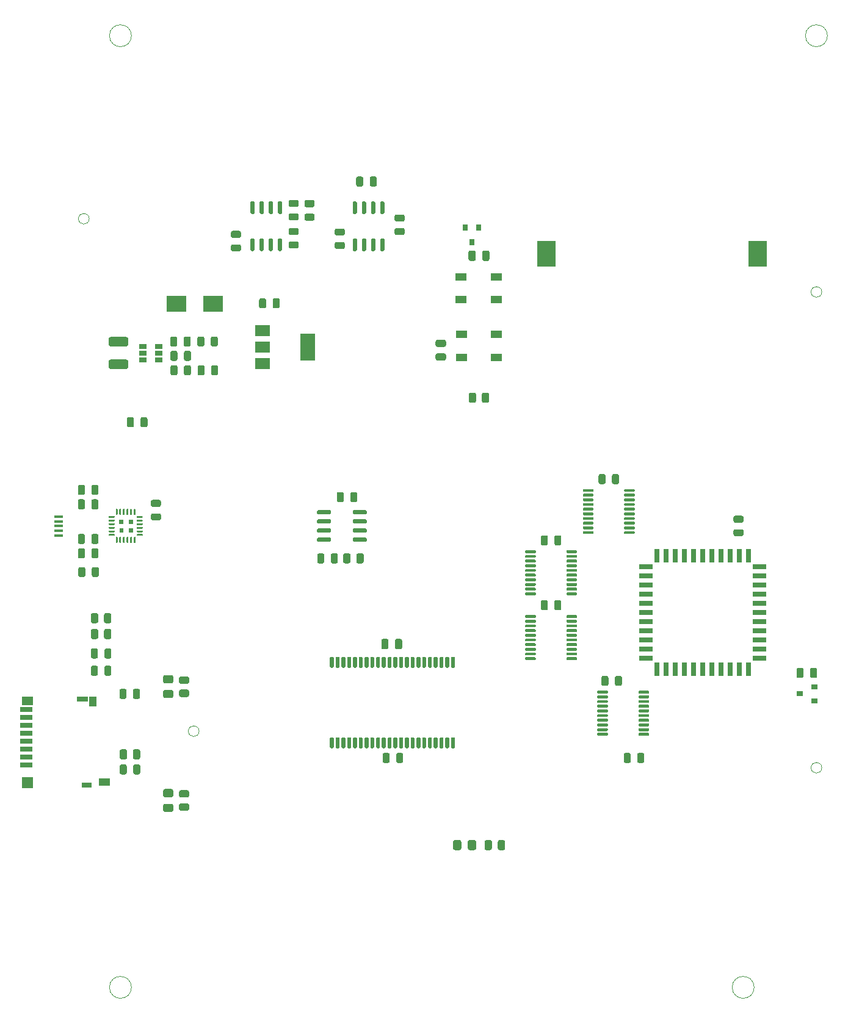
<source format=gbr>
%TF.GenerationSoftware,KiCad,Pcbnew,(5.1.9)-1*%
%TF.CreationDate,2021-03-26T15:36:56-04:00*%
%TF.ProjectId,hd6309sbc_v2c,68643633-3039-4736-9263-5f7632632e6b,1*%
%TF.SameCoordinates,Original*%
%TF.FileFunction,Paste,Top*%
%TF.FilePolarity,Positive*%
%FSLAX46Y46*%
G04 Gerber Fmt 4.6, Leading zero omitted, Abs format (unit mm)*
G04 Created by KiCad (PCBNEW (5.1.9)-1) date 2021-03-26 15:36:56*
%MOMM*%
%LPD*%
G01*
G04 APERTURE LIST*
%ADD10C,0.100000*%
%ADD11R,2.600000X3.600000*%
%ADD12R,1.500000X1.000000*%
%ADD13R,1.060000X0.650000*%
%ADD14R,2.700000X2.200000*%
%ADD15R,0.700000X1.925000*%
%ADD16R,1.925000X0.700000*%
%ADD17R,0.900000X0.800000*%
%ADD18R,1.300000X0.450000*%
%ADD19R,1.550000X1.000000*%
%ADD20R,1.500000X1.500000*%
%ADD21R,1.750000X0.700000*%
%ADD22R,1.400000X0.800000*%
%ADD23R,1.000000X1.450000*%
%ADD24R,1.500000X0.800000*%
%ADD25R,1.500000X1.300000*%
%ADD26R,2.000000X3.800000*%
%ADD27R,2.000000X1.500000*%
%ADD28R,0.800000X0.900000*%
G04 APERTURE END LIST*
D10*
G36*
X65931969Y-102854896D02*
G01*
X65431969Y-102854896D01*
X65431969Y-102354896D01*
X65931969Y-102354896D01*
X65931969Y-102854896D01*
G37*
X65931969Y-102854896D02*
X65431969Y-102854896D01*
X65431969Y-102354896D01*
X65931969Y-102354896D01*
X65931969Y-102854896D01*
G36*
X64631969Y-102854896D02*
G01*
X64131969Y-102854896D01*
X64131969Y-102354896D01*
X64631969Y-102354896D01*
X64631969Y-102854896D01*
G37*
X64631969Y-102854896D02*
X64131969Y-102854896D01*
X64131969Y-102354896D01*
X64631969Y-102354896D01*
X64631969Y-102854896D01*
G36*
X65931969Y-101664586D02*
G01*
X65431969Y-101664586D01*
X65431969Y-101164586D01*
X65931969Y-101164586D01*
X65931969Y-101664586D01*
G37*
X65931969Y-101664586D02*
X65431969Y-101664586D01*
X65431969Y-101164586D01*
X65931969Y-101164586D01*
X65931969Y-101664586D01*
G36*
X64613387Y-101647854D02*
G01*
X64113387Y-101647854D01*
X64113387Y-101147854D01*
X64613387Y-101147854D01*
X64613387Y-101647854D01*
G37*
X64613387Y-101647854D02*
X64113387Y-101647854D01*
X64113387Y-101147854D01*
X64613387Y-101147854D01*
X64613387Y-101647854D01*
%TO.C,RS4*%
X75181666Y-130480000D02*
G75*
G03*
X75181666Y-130480000I-741666J0D01*
G01*
%TO.C,RS1*%
X59941666Y-59360000D02*
G75*
G03*
X59941666Y-59360000I-741666J0D01*
G01*
%TO.C,RS2*%
X161541666Y-69520000D02*
G75*
G03*
X161541666Y-69520000I-741666J0D01*
G01*
%TO.C,RS3*%
X161541666Y-135560000D02*
G75*
G03*
X161541666Y-135560000I-741666J0D01*
G01*
%TO.C,RL4*%
X65796670Y-166040000D02*
G75*
G03*
X65796670Y-166040000I-1516670J0D01*
G01*
%TO.C,RL3*%
X152156670Y-166040000D02*
G75*
G03*
X152156670Y-166040000I-1516670J0D01*
G01*
%TO.C,RL2*%
X162316670Y-33960000D02*
G75*
G03*
X162316670Y-33960000I-1516670J0D01*
G01*
%TO.C,RL1*%
X65796670Y-33960000D02*
G75*
G03*
X65796670Y-33960000I-1516670J0D01*
G01*
%TD*%
D11*
%TO.C,BT1*%
X152650000Y-64200000D03*
X123350000Y-64200000D03*
%TD*%
%TO.C,R23*%
G36*
G01*
X72649998Y-124712500D02*
X73550002Y-124712500D01*
G75*
G02*
X73800000Y-124962498I0J-249998D01*
G01*
X73800000Y-125487502D01*
G75*
G02*
X73550002Y-125737500I-249998J0D01*
G01*
X72649998Y-125737500D01*
G75*
G02*
X72400000Y-125487502I0J249998D01*
G01*
X72400000Y-124962498D01*
G75*
G02*
X72649998Y-124712500I249998J0D01*
G01*
G37*
G36*
G01*
X72649998Y-122887500D02*
X73550002Y-122887500D01*
G75*
G02*
X73800000Y-123137498I0J-249998D01*
G01*
X73800000Y-123662502D01*
G75*
G02*
X73550002Y-123912500I-249998J0D01*
G01*
X72649998Y-123912500D01*
G75*
G02*
X72400000Y-123662502I0J249998D01*
G01*
X72400000Y-123137498D01*
G75*
G02*
X72649998Y-122887500I249998J0D01*
G01*
G37*
%TD*%
%TO.C,D8*%
G36*
G01*
X71350001Y-123850000D02*
X70449999Y-123850000D01*
G75*
G02*
X70200000Y-123600001I0J249999D01*
G01*
X70200000Y-122949999D01*
G75*
G02*
X70449999Y-122700000I249999J0D01*
G01*
X71350001Y-122700000D01*
G75*
G02*
X71600000Y-122949999I0J-249999D01*
G01*
X71600000Y-123600001D01*
G75*
G02*
X71350001Y-123850000I-249999J0D01*
G01*
G37*
G36*
G01*
X71350001Y-125900000D02*
X70449999Y-125900000D01*
G75*
G02*
X70200000Y-125650001I0J249999D01*
G01*
X70200000Y-124999999D01*
G75*
G02*
X70449999Y-124750000I249999J0D01*
G01*
X71350001Y-124750000D01*
G75*
G02*
X71600000Y-124999999I0J-249999D01*
G01*
X71600000Y-125650001D01*
G75*
G02*
X71350001Y-125900000I-249999J0D01*
G01*
G37*
%TD*%
%TO.C,R22*%
G36*
G01*
X72649998Y-140500000D02*
X73550002Y-140500000D01*
G75*
G02*
X73800000Y-140749998I0J-249998D01*
G01*
X73800000Y-141275002D01*
G75*
G02*
X73550002Y-141525000I-249998J0D01*
G01*
X72649998Y-141525000D01*
G75*
G02*
X72400000Y-141275002I0J249998D01*
G01*
X72400000Y-140749998D01*
G75*
G02*
X72649998Y-140500000I249998J0D01*
G01*
G37*
G36*
G01*
X72649998Y-138675000D02*
X73550002Y-138675000D01*
G75*
G02*
X73800000Y-138924998I0J-249998D01*
G01*
X73800000Y-139450002D01*
G75*
G02*
X73550002Y-139700000I-249998J0D01*
G01*
X72649998Y-139700000D01*
G75*
G02*
X72400000Y-139450002I0J249998D01*
G01*
X72400000Y-138924998D01*
G75*
G02*
X72649998Y-138675000I249998J0D01*
G01*
G37*
%TD*%
%TO.C,D7*%
G36*
G01*
X71350001Y-139650000D02*
X70449999Y-139650000D01*
G75*
G02*
X70200000Y-139400001I0J249999D01*
G01*
X70200000Y-138749999D01*
G75*
G02*
X70449999Y-138500000I249999J0D01*
G01*
X71350001Y-138500000D01*
G75*
G02*
X71600000Y-138749999I0J-249999D01*
G01*
X71600000Y-139400001D01*
G75*
G02*
X71350001Y-139650000I-249999J0D01*
G01*
G37*
G36*
G01*
X71350001Y-141700000D02*
X70449999Y-141700000D01*
G75*
G02*
X70200000Y-141450001I0J249999D01*
G01*
X70200000Y-140799999D01*
G75*
G02*
X70449999Y-140550000I249999J0D01*
G01*
X71350001Y-140550000D01*
G75*
G02*
X71600000Y-140799999I0J-249999D01*
G01*
X71600000Y-141450001D01*
G75*
G02*
X71350001Y-141700000I-249999J0D01*
G01*
G37*
%TD*%
%TO.C,R21*%
G36*
G01*
X116600000Y-146750002D02*
X116600000Y-145849998D01*
G75*
G02*
X116849998Y-145600000I249998J0D01*
G01*
X117375002Y-145600000D01*
G75*
G02*
X117625000Y-145849998I0J-249998D01*
G01*
X117625000Y-146750002D01*
G75*
G02*
X117375002Y-147000000I-249998J0D01*
G01*
X116849998Y-147000000D01*
G75*
G02*
X116600000Y-146750002I0J249998D01*
G01*
G37*
G36*
G01*
X114775000Y-146750002D02*
X114775000Y-145849998D01*
G75*
G02*
X115024998Y-145600000I249998J0D01*
G01*
X115550002Y-145600000D01*
G75*
G02*
X115800000Y-145849998I0J-249998D01*
G01*
X115800000Y-146750002D01*
G75*
G02*
X115550002Y-147000000I-249998J0D01*
G01*
X115024998Y-147000000D01*
G75*
G02*
X114775000Y-146750002I0J249998D01*
G01*
G37*
%TD*%
%TO.C,D6*%
G36*
G01*
X112450000Y-146750001D02*
X112450000Y-145849999D01*
G75*
G02*
X112699999Y-145600000I249999J0D01*
G01*
X113350001Y-145600000D01*
G75*
G02*
X113600000Y-145849999I0J-249999D01*
G01*
X113600000Y-146750001D01*
G75*
G02*
X113350001Y-147000000I-249999J0D01*
G01*
X112699999Y-147000000D01*
G75*
G02*
X112450000Y-146750001I0J249999D01*
G01*
G37*
G36*
G01*
X110400000Y-146750001D02*
X110400000Y-145849999D01*
G75*
G02*
X110649999Y-145600000I249999J0D01*
G01*
X111300001Y-145600000D01*
G75*
G02*
X111550000Y-145849999I0J-249999D01*
G01*
X111550000Y-146750001D01*
G75*
G02*
X111300001Y-147000000I-249999J0D01*
G01*
X110649999Y-147000000D01*
G75*
G02*
X110400000Y-146750001I0J249999D01*
G01*
G37*
%TD*%
%TO.C,C18*%
G36*
G01*
X108225000Y-78050000D02*
X109175000Y-78050000D01*
G75*
G02*
X109425000Y-78300000I0J-250000D01*
G01*
X109425000Y-78800000D01*
G75*
G02*
X109175000Y-79050000I-250000J0D01*
G01*
X108225000Y-79050000D01*
G75*
G02*
X107975000Y-78800000I0J250000D01*
G01*
X107975000Y-78300000D01*
G75*
G02*
X108225000Y-78050000I250000J0D01*
G01*
G37*
G36*
G01*
X108225000Y-76150000D02*
X109175000Y-76150000D01*
G75*
G02*
X109425000Y-76400000I0J-250000D01*
G01*
X109425000Y-76900000D01*
G75*
G02*
X109175000Y-77150000I-250000J0D01*
G01*
X108225000Y-77150000D01*
G75*
G02*
X107975000Y-76900000I0J250000D01*
G01*
X107975000Y-76400000D01*
G75*
G02*
X108225000Y-76150000I250000J0D01*
G01*
G37*
%TD*%
%TO.C,U3*%
G36*
G01*
X96500000Y-100245000D02*
X96500000Y-99945000D01*
G75*
G02*
X96650000Y-99795000I150000J0D01*
G01*
X98300000Y-99795000D01*
G75*
G02*
X98450000Y-99945000I0J-150000D01*
G01*
X98450000Y-100245000D01*
G75*
G02*
X98300000Y-100395000I-150000J0D01*
G01*
X96650000Y-100395000D01*
G75*
G02*
X96500000Y-100245000I0J150000D01*
G01*
G37*
G36*
G01*
X96500000Y-101515000D02*
X96500000Y-101215000D01*
G75*
G02*
X96650000Y-101065000I150000J0D01*
G01*
X98300000Y-101065000D01*
G75*
G02*
X98450000Y-101215000I0J-150000D01*
G01*
X98450000Y-101515000D01*
G75*
G02*
X98300000Y-101665000I-150000J0D01*
G01*
X96650000Y-101665000D01*
G75*
G02*
X96500000Y-101515000I0J150000D01*
G01*
G37*
G36*
G01*
X96500000Y-102785000D02*
X96500000Y-102485000D01*
G75*
G02*
X96650000Y-102335000I150000J0D01*
G01*
X98300000Y-102335000D01*
G75*
G02*
X98450000Y-102485000I0J-150000D01*
G01*
X98450000Y-102785000D01*
G75*
G02*
X98300000Y-102935000I-150000J0D01*
G01*
X96650000Y-102935000D01*
G75*
G02*
X96500000Y-102785000I0J150000D01*
G01*
G37*
G36*
G01*
X96500000Y-104055000D02*
X96500000Y-103755000D01*
G75*
G02*
X96650000Y-103605000I150000J0D01*
G01*
X98300000Y-103605000D01*
G75*
G02*
X98450000Y-103755000I0J-150000D01*
G01*
X98450000Y-104055000D01*
G75*
G02*
X98300000Y-104205000I-150000J0D01*
G01*
X96650000Y-104205000D01*
G75*
G02*
X96500000Y-104055000I0J150000D01*
G01*
G37*
G36*
G01*
X91550000Y-104055000D02*
X91550000Y-103755000D01*
G75*
G02*
X91700000Y-103605000I150000J0D01*
G01*
X93350000Y-103605000D01*
G75*
G02*
X93500000Y-103755000I0J-150000D01*
G01*
X93500000Y-104055000D01*
G75*
G02*
X93350000Y-104205000I-150000J0D01*
G01*
X91700000Y-104205000D01*
G75*
G02*
X91550000Y-104055000I0J150000D01*
G01*
G37*
G36*
G01*
X91550000Y-102785000D02*
X91550000Y-102485000D01*
G75*
G02*
X91700000Y-102335000I150000J0D01*
G01*
X93350000Y-102335000D01*
G75*
G02*
X93500000Y-102485000I0J-150000D01*
G01*
X93500000Y-102785000D01*
G75*
G02*
X93350000Y-102935000I-150000J0D01*
G01*
X91700000Y-102935000D01*
G75*
G02*
X91550000Y-102785000I0J150000D01*
G01*
G37*
G36*
G01*
X91550000Y-101515000D02*
X91550000Y-101215000D01*
G75*
G02*
X91700000Y-101065000I150000J0D01*
G01*
X93350000Y-101065000D01*
G75*
G02*
X93500000Y-101215000I0J-150000D01*
G01*
X93500000Y-101515000D01*
G75*
G02*
X93350000Y-101665000I-150000J0D01*
G01*
X91700000Y-101665000D01*
G75*
G02*
X91550000Y-101515000I0J150000D01*
G01*
G37*
G36*
G01*
X91550000Y-100245000D02*
X91550000Y-99945000D01*
G75*
G02*
X91700000Y-99795000I150000J0D01*
G01*
X93350000Y-99795000D01*
G75*
G02*
X93500000Y-99945000I0J-150000D01*
G01*
X93500000Y-100245000D01*
G75*
G02*
X93350000Y-100395000I-150000J0D01*
G01*
X91700000Y-100395000D01*
G75*
G02*
X91550000Y-100245000I0J150000D01*
G01*
G37*
%TD*%
%TO.C,R16*%
G36*
G01*
X113600000Y-83749998D02*
X113600000Y-84650002D01*
G75*
G02*
X113350002Y-84900000I-249998J0D01*
G01*
X112824998Y-84900000D01*
G75*
G02*
X112575000Y-84650002I0J249998D01*
G01*
X112575000Y-83749998D01*
G75*
G02*
X112824998Y-83500000I249998J0D01*
G01*
X113350002Y-83500000D01*
G75*
G02*
X113600000Y-83749998I0J-249998D01*
G01*
G37*
G36*
G01*
X115425000Y-83749998D02*
X115425000Y-84650002D01*
G75*
G02*
X115175002Y-84900000I-249998J0D01*
G01*
X114649998Y-84900000D01*
G75*
G02*
X114400000Y-84650002I0J249998D01*
G01*
X114400000Y-83749998D01*
G75*
G02*
X114649998Y-83500000I249998J0D01*
G01*
X115175002Y-83500000D01*
G75*
G02*
X115425000Y-83749998I0J-249998D01*
G01*
G37*
%TD*%
%TO.C,U10*%
G36*
G01*
X136125000Y-125175000D02*
X136125000Y-124975000D01*
G75*
G02*
X136225000Y-124875000I100000J0D01*
G01*
X137500000Y-124875000D01*
G75*
G02*
X137600000Y-124975000I0J-100000D01*
G01*
X137600000Y-125175000D01*
G75*
G02*
X137500000Y-125275000I-100000J0D01*
G01*
X136225000Y-125275000D01*
G75*
G02*
X136125000Y-125175000I0J100000D01*
G01*
G37*
G36*
G01*
X136125000Y-125825000D02*
X136125000Y-125625000D01*
G75*
G02*
X136225000Y-125525000I100000J0D01*
G01*
X137500000Y-125525000D01*
G75*
G02*
X137600000Y-125625000I0J-100000D01*
G01*
X137600000Y-125825000D01*
G75*
G02*
X137500000Y-125925000I-100000J0D01*
G01*
X136225000Y-125925000D01*
G75*
G02*
X136125000Y-125825000I0J100000D01*
G01*
G37*
G36*
G01*
X136125000Y-126475000D02*
X136125000Y-126275000D01*
G75*
G02*
X136225000Y-126175000I100000J0D01*
G01*
X137500000Y-126175000D01*
G75*
G02*
X137600000Y-126275000I0J-100000D01*
G01*
X137600000Y-126475000D01*
G75*
G02*
X137500000Y-126575000I-100000J0D01*
G01*
X136225000Y-126575000D01*
G75*
G02*
X136125000Y-126475000I0J100000D01*
G01*
G37*
G36*
G01*
X136125000Y-127125000D02*
X136125000Y-126925000D01*
G75*
G02*
X136225000Y-126825000I100000J0D01*
G01*
X137500000Y-126825000D01*
G75*
G02*
X137600000Y-126925000I0J-100000D01*
G01*
X137600000Y-127125000D01*
G75*
G02*
X137500000Y-127225000I-100000J0D01*
G01*
X136225000Y-127225000D01*
G75*
G02*
X136125000Y-127125000I0J100000D01*
G01*
G37*
G36*
G01*
X136125000Y-127775000D02*
X136125000Y-127575000D01*
G75*
G02*
X136225000Y-127475000I100000J0D01*
G01*
X137500000Y-127475000D01*
G75*
G02*
X137600000Y-127575000I0J-100000D01*
G01*
X137600000Y-127775000D01*
G75*
G02*
X137500000Y-127875000I-100000J0D01*
G01*
X136225000Y-127875000D01*
G75*
G02*
X136125000Y-127775000I0J100000D01*
G01*
G37*
G36*
G01*
X136125000Y-128425000D02*
X136125000Y-128225000D01*
G75*
G02*
X136225000Y-128125000I100000J0D01*
G01*
X137500000Y-128125000D01*
G75*
G02*
X137600000Y-128225000I0J-100000D01*
G01*
X137600000Y-128425000D01*
G75*
G02*
X137500000Y-128525000I-100000J0D01*
G01*
X136225000Y-128525000D01*
G75*
G02*
X136125000Y-128425000I0J100000D01*
G01*
G37*
G36*
G01*
X136125000Y-129075000D02*
X136125000Y-128875000D01*
G75*
G02*
X136225000Y-128775000I100000J0D01*
G01*
X137500000Y-128775000D01*
G75*
G02*
X137600000Y-128875000I0J-100000D01*
G01*
X137600000Y-129075000D01*
G75*
G02*
X137500000Y-129175000I-100000J0D01*
G01*
X136225000Y-129175000D01*
G75*
G02*
X136125000Y-129075000I0J100000D01*
G01*
G37*
G36*
G01*
X136125000Y-129725000D02*
X136125000Y-129525000D01*
G75*
G02*
X136225000Y-129425000I100000J0D01*
G01*
X137500000Y-129425000D01*
G75*
G02*
X137600000Y-129525000I0J-100000D01*
G01*
X137600000Y-129725000D01*
G75*
G02*
X137500000Y-129825000I-100000J0D01*
G01*
X136225000Y-129825000D01*
G75*
G02*
X136125000Y-129725000I0J100000D01*
G01*
G37*
G36*
G01*
X136125000Y-130375000D02*
X136125000Y-130175000D01*
G75*
G02*
X136225000Y-130075000I100000J0D01*
G01*
X137500000Y-130075000D01*
G75*
G02*
X137600000Y-130175000I0J-100000D01*
G01*
X137600000Y-130375000D01*
G75*
G02*
X137500000Y-130475000I-100000J0D01*
G01*
X136225000Y-130475000D01*
G75*
G02*
X136125000Y-130375000I0J100000D01*
G01*
G37*
G36*
G01*
X136125000Y-131025000D02*
X136125000Y-130825000D01*
G75*
G02*
X136225000Y-130725000I100000J0D01*
G01*
X137500000Y-130725000D01*
G75*
G02*
X137600000Y-130825000I0J-100000D01*
G01*
X137600000Y-131025000D01*
G75*
G02*
X137500000Y-131125000I-100000J0D01*
G01*
X136225000Y-131125000D01*
G75*
G02*
X136125000Y-131025000I0J100000D01*
G01*
G37*
G36*
G01*
X130400000Y-131025000D02*
X130400000Y-130825000D01*
G75*
G02*
X130500000Y-130725000I100000J0D01*
G01*
X131775000Y-130725000D01*
G75*
G02*
X131875000Y-130825000I0J-100000D01*
G01*
X131875000Y-131025000D01*
G75*
G02*
X131775000Y-131125000I-100000J0D01*
G01*
X130500000Y-131125000D01*
G75*
G02*
X130400000Y-131025000I0J100000D01*
G01*
G37*
G36*
G01*
X130400000Y-130375000D02*
X130400000Y-130175000D01*
G75*
G02*
X130500000Y-130075000I100000J0D01*
G01*
X131775000Y-130075000D01*
G75*
G02*
X131875000Y-130175000I0J-100000D01*
G01*
X131875000Y-130375000D01*
G75*
G02*
X131775000Y-130475000I-100000J0D01*
G01*
X130500000Y-130475000D01*
G75*
G02*
X130400000Y-130375000I0J100000D01*
G01*
G37*
G36*
G01*
X130400000Y-129725000D02*
X130400000Y-129525000D01*
G75*
G02*
X130500000Y-129425000I100000J0D01*
G01*
X131775000Y-129425000D01*
G75*
G02*
X131875000Y-129525000I0J-100000D01*
G01*
X131875000Y-129725000D01*
G75*
G02*
X131775000Y-129825000I-100000J0D01*
G01*
X130500000Y-129825000D01*
G75*
G02*
X130400000Y-129725000I0J100000D01*
G01*
G37*
G36*
G01*
X130400000Y-129075000D02*
X130400000Y-128875000D01*
G75*
G02*
X130500000Y-128775000I100000J0D01*
G01*
X131775000Y-128775000D01*
G75*
G02*
X131875000Y-128875000I0J-100000D01*
G01*
X131875000Y-129075000D01*
G75*
G02*
X131775000Y-129175000I-100000J0D01*
G01*
X130500000Y-129175000D01*
G75*
G02*
X130400000Y-129075000I0J100000D01*
G01*
G37*
G36*
G01*
X130400000Y-128425000D02*
X130400000Y-128225000D01*
G75*
G02*
X130500000Y-128125000I100000J0D01*
G01*
X131775000Y-128125000D01*
G75*
G02*
X131875000Y-128225000I0J-100000D01*
G01*
X131875000Y-128425000D01*
G75*
G02*
X131775000Y-128525000I-100000J0D01*
G01*
X130500000Y-128525000D01*
G75*
G02*
X130400000Y-128425000I0J100000D01*
G01*
G37*
G36*
G01*
X130400000Y-127775000D02*
X130400000Y-127575000D01*
G75*
G02*
X130500000Y-127475000I100000J0D01*
G01*
X131775000Y-127475000D01*
G75*
G02*
X131875000Y-127575000I0J-100000D01*
G01*
X131875000Y-127775000D01*
G75*
G02*
X131775000Y-127875000I-100000J0D01*
G01*
X130500000Y-127875000D01*
G75*
G02*
X130400000Y-127775000I0J100000D01*
G01*
G37*
G36*
G01*
X130400000Y-127125000D02*
X130400000Y-126925000D01*
G75*
G02*
X130500000Y-126825000I100000J0D01*
G01*
X131775000Y-126825000D01*
G75*
G02*
X131875000Y-126925000I0J-100000D01*
G01*
X131875000Y-127125000D01*
G75*
G02*
X131775000Y-127225000I-100000J0D01*
G01*
X130500000Y-127225000D01*
G75*
G02*
X130400000Y-127125000I0J100000D01*
G01*
G37*
G36*
G01*
X130400000Y-126475000D02*
X130400000Y-126275000D01*
G75*
G02*
X130500000Y-126175000I100000J0D01*
G01*
X131775000Y-126175000D01*
G75*
G02*
X131875000Y-126275000I0J-100000D01*
G01*
X131875000Y-126475000D01*
G75*
G02*
X131775000Y-126575000I-100000J0D01*
G01*
X130500000Y-126575000D01*
G75*
G02*
X130400000Y-126475000I0J100000D01*
G01*
G37*
G36*
G01*
X130400000Y-125825000D02*
X130400000Y-125625000D01*
G75*
G02*
X130500000Y-125525000I100000J0D01*
G01*
X131775000Y-125525000D01*
G75*
G02*
X131875000Y-125625000I0J-100000D01*
G01*
X131875000Y-125825000D01*
G75*
G02*
X131775000Y-125925000I-100000J0D01*
G01*
X130500000Y-125925000D01*
G75*
G02*
X130400000Y-125825000I0J100000D01*
G01*
G37*
G36*
G01*
X130400000Y-125175000D02*
X130400000Y-124975000D01*
G75*
G02*
X130500000Y-124875000I100000J0D01*
G01*
X131775000Y-124875000D01*
G75*
G02*
X131875000Y-124975000I0J-100000D01*
G01*
X131875000Y-125175000D01*
G75*
G02*
X131775000Y-125275000I-100000J0D01*
G01*
X130500000Y-125275000D01*
G75*
G02*
X130400000Y-125175000I0J100000D01*
G01*
G37*
%TD*%
D12*
%TO.C,D5*%
X111550000Y-75400000D03*
X111550000Y-78600000D03*
X116450000Y-75400000D03*
X116450000Y-78600000D03*
%TD*%
%TO.C,C17*%
G36*
G01*
X114450000Y-64975000D02*
X114450000Y-64025000D01*
G75*
G02*
X114700000Y-63775000I250000J0D01*
G01*
X115200000Y-63775000D01*
G75*
G02*
X115450000Y-64025000I0J-250000D01*
G01*
X115450000Y-64975000D01*
G75*
G02*
X115200000Y-65225000I-250000J0D01*
G01*
X114700000Y-65225000D01*
G75*
G02*
X114450000Y-64975000I0J250000D01*
G01*
G37*
G36*
G01*
X112550000Y-64975000D02*
X112550000Y-64025000D01*
G75*
G02*
X112800000Y-63775000I250000J0D01*
G01*
X113300000Y-63775000D01*
G75*
G02*
X113550000Y-64025000I0J-250000D01*
G01*
X113550000Y-64975000D01*
G75*
G02*
X113300000Y-65225000I-250000J0D01*
G01*
X112800000Y-65225000D01*
G75*
G02*
X112550000Y-64975000I0J250000D01*
G01*
G37*
%TD*%
%TO.C,R15*%
G36*
G01*
X62000000Y-115250002D02*
X62000000Y-114349998D01*
G75*
G02*
X62249998Y-114100000I249998J0D01*
G01*
X62775002Y-114100000D01*
G75*
G02*
X63025000Y-114349998I0J-249998D01*
G01*
X63025000Y-115250002D01*
G75*
G02*
X62775002Y-115500000I-249998J0D01*
G01*
X62249998Y-115500000D01*
G75*
G02*
X62000000Y-115250002I0J249998D01*
G01*
G37*
G36*
G01*
X60175000Y-115250002D02*
X60175000Y-114349998D01*
G75*
G02*
X60424998Y-114100000I249998J0D01*
G01*
X60950002Y-114100000D01*
G75*
G02*
X61200000Y-114349998I0J-249998D01*
G01*
X61200000Y-115250002D01*
G75*
G02*
X60950002Y-115500000I-249998J0D01*
G01*
X60424998Y-115500000D01*
G75*
G02*
X60175000Y-115250002I0J249998D01*
G01*
G37*
%TD*%
%TO.C,R14*%
G36*
G01*
X62000000Y-117450002D02*
X62000000Y-116549998D01*
G75*
G02*
X62249998Y-116300000I249998J0D01*
G01*
X62775002Y-116300000D01*
G75*
G02*
X63025000Y-116549998I0J-249998D01*
G01*
X63025000Y-117450002D01*
G75*
G02*
X62775002Y-117700000I-249998J0D01*
G01*
X62249998Y-117700000D01*
G75*
G02*
X62000000Y-117450002I0J249998D01*
G01*
G37*
G36*
G01*
X60175000Y-117450002D02*
X60175000Y-116549998D01*
G75*
G02*
X60424998Y-116300000I249998J0D01*
G01*
X60950002Y-116300000D01*
G75*
G02*
X61200000Y-116549998I0J-249998D01*
G01*
X61200000Y-117450002D01*
G75*
G02*
X60950002Y-117700000I-249998J0D01*
G01*
X60424998Y-117700000D01*
G75*
G02*
X60175000Y-117450002I0J249998D01*
G01*
G37*
%TD*%
%TO.C,C8*%
G36*
G01*
X65100003Y-77100000D02*
X62899997Y-77100000D01*
G75*
G02*
X62650000Y-76850003I0J249997D01*
G01*
X62650000Y-76024997D01*
G75*
G02*
X62899997Y-75775000I249997J0D01*
G01*
X65100003Y-75775000D01*
G75*
G02*
X65350000Y-76024997I0J-249997D01*
G01*
X65350000Y-76850003D01*
G75*
G02*
X65100003Y-77100000I-249997J0D01*
G01*
G37*
G36*
G01*
X65100003Y-80225000D02*
X62899997Y-80225000D01*
G75*
G02*
X62650000Y-79975003I0J249997D01*
G01*
X62650000Y-79149997D01*
G75*
G02*
X62899997Y-78900000I249997J0D01*
G01*
X65100003Y-78900000D01*
G75*
G02*
X65350000Y-79149997I0J-249997D01*
G01*
X65350000Y-79975003D01*
G75*
G02*
X65100003Y-80225000I-249997J0D01*
G01*
G37*
%TD*%
D13*
%TO.C,U5*%
X69600000Y-78000000D03*
X69600000Y-77050000D03*
X69600000Y-78950000D03*
X67400000Y-78950000D03*
X67400000Y-78000000D03*
X67400000Y-77050000D03*
%TD*%
D14*
%TO.C,L1*%
X77150000Y-71200000D03*
X72050000Y-71200000D03*
%TD*%
%TO.C,R11*%
G36*
G01*
X96987500Y-106950002D02*
X96987500Y-106049998D01*
G75*
G02*
X97237498Y-105800000I249998J0D01*
G01*
X97762502Y-105800000D01*
G75*
G02*
X98012500Y-106049998I0J-249998D01*
G01*
X98012500Y-106950002D01*
G75*
G02*
X97762502Y-107200000I-249998J0D01*
G01*
X97237498Y-107200000D01*
G75*
G02*
X96987500Y-106950002I0J249998D01*
G01*
G37*
G36*
G01*
X95162500Y-106950002D02*
X95162500Y-106049998D01*
G75*
G02*
X95412498Y-105800000I249998J0D01*
G01*
X95937502Y-105800000D01*
G75*
G02*
X96187500Y-106049998I0J-249998D01*
G01*
X96187500Y-106950002D01*
G75*
G02*
X95937502Y-107200000I-249998J0D01*
G01*
X95412498Y-107200000D01*
G75*
G02*
X95162500Y-106950002I0J249998D01*
G01*
G37*
%TD*%
%TO.C,R9*%
G36*
G01*
X65200000Y-133249998D02*
X65200000Y-134150002D01*
G75*
G02*
X64950002Y-134400000I-249998J0D01*
G01*
X64424998Y-134400000D01*
G75*
G02*
X64175000Y-134150002I0J249998D01*
G01*
X64175000Y-133249998D01*
G75*
G02*
X64424998Y-133000000I249998J0D01*
G01*
X64950002Y-133000000D01*
G75*
G02*
X65200000Y-133249998I0J-249998D01*
G01*
G37*
G36*
G01*
X67025000Y-133249998D02*
X67025000Y-134150002D01*
G75*
G02*
X66775002Y-134400000I-249998J0D01*
G01*
X66249998Y-134400000D01*
G75*
G02*
X66000000Y-134150002I0J249998D01*
G01*
X66000000Y-133249998D01*
G75*
G02*
X66249998Y-133000000I249998J0D01*
G01*
X66775002Y-133000000D01*
G75*
G02*
X67025000Y-133249998I0J-249998D01*
G01*
G37*
%TD*%
D15*
%TO.C,U1*%
X151350000Y-121862500D03*
X150080000Y-121862500D03*
X148810000Y-121862500D03*
X147540000Y-121862500D03*
X146270000Y-121862500D03*
X145000000Y-121862500D03*
X143730000Y-121862500D03*
X142460000Y-121862500D03*
X141190000Y-121862500D03*
X139920000Y-121862500D03*
X138650000Y-121862500D03*
D16*
X137137500Y-120350000D03*
X137137500Y-119080000D03*
X137137500Y-117810000D03*
X137137500Y-116540000D03*
X137137500Y-115270000D03*
X137137500Y-114000000D03*
X137137500Y-112730000D03*
X137137500Y-111460000D03*
X137137500Y-110190000D03*
X137137500Y-108920000D03*
X137137500Y-107650000D03*
D15*
X138650000Y-106137500D03*
X139920000Y-106137500D03*
X141190000Y-106137500D03*
X142460000Y-106137500D03*
X143730000Y-106137500D03*
X145000000Y-106137500D03*
X146270000Y-106137500D03*
X147540000Y-106137500D03*
X148810000Y-106137500D03*
X150080000Y-106137500D03*
X151350000Y-106137500D03*
D16*
X152862500Y-120350000D03*
X152862500Y-119080000D03*
X152862500Y-117810000D03*
X152862500Y-116540000D03*
X152862500Y-115270000D03*
X152862500Y-107650000D03*
X152862500Y-108920000D03*
X152862500Y-110190000D03*
X152862500Y-111460000D03*
X152862500Y-112730000D03*
X152862500Y-114000000D03*
%TD*%
%TO.C,C16*%
G36*
G01*
X101450000Y-117925000D02*
X101450000Y-118875000D01*
G75*
G02*
X101200000Y-119125000I-250000J0D01*
G01*
X100700000Y-119125000D01*
G75*
G02*
X100450000Y-118875000I0J250000D01*
G01*
X100450000Y-117925000D01*
G75*
G02*
X100700000Y-117675000I250000J0D01*
G01*
X101200000Y-117675000D01*
G75*
G02*
X101450000Y-117925000I0J-250000D01*
G01*
G37*
G36*
G01*
X103350000Y-117925000D02*
X103350000Y-118875000D01*
G75*
G02*
X103100000Y-119125000I-250000J0D01*
G01*
X102600000Y-119125000D01*
G75*
G02*
X102350000Y-118875000I0J250000D01*
G01*
X102350000Y-117925000D01*
G75*
G02*
X102600000Y-117675000I250000J0D01*
G01*
X103100000Y-117675000D01*
G75*
G02*
X103350000Y-117925000I0J-250000D01*
G01*
G37*
%TD*%
%TO.C,U12*%
G36*
G01*
X96940000Y-58700000D02*
X96640000Y-58700000D01*
G75*
G02*
X96490000Y-58550000I0J150000D01*
G01*
X96490000Y-57100000D01*
G75*
G02*
X96640000Y-56950000I150000J0D01*
G01*
X96940000Y-56950000D01*
G75*
G02*
X97090000Y-57100000I0J-150000D01*
G01*
X97090000Y-58550000D01*
G75*
G02*
X96940000Y-58700000I-150000J0D01*
G01*
G37*
G36*
G01*
X98210000Y-58700000D02*
X97910000Y-58700000D01*
G75*
G02*
X97760000Y-58550000I0J150000D01*
G01*
X97760000Y-57100000D01*
G75*
G02*
X97910000Y-56950000I150000J0D01*
G01*
X98210000Y-56950000D01*
G75*
G02*
X98360000Y-57100000I0J-150000D01*
G01*
X98360000Y-58550000D01*
G75*
G02*
X98210000Y-58700000I-150000J0D01*
G01*
G37*
G36*
G01*
X99480000Y-58700000D02*
X99180000Y-58700000D01*
G75*
G02*
X99030000Y-58550000I0J150000D01*
G01*
X99030000Y-57100000D01*
G75*
G02*
X99180000Y-56950000I150000J0D01*
G01*
X99480000Y-56950000D01*
G75*
G02*
X99630000Y-57100000I0J-150000D01*
G01*
X99630000Y-58550000D01*
G75*
G02*
X99480000Y-58700000I-150000J0D01*
G01*
G37*
G36*
G01*
X100750000Y-58700000D02*
X100450000Y-58700000D01*
G75*
G02*
X100300000Y-58550000I0J150000D01*
G01*
X100300000Y-57100000D01*
G75*
G02*
X100450000Y-56950000I150000J0D01*
G01*
X100750000Y-56950000D01*
G75*
G02*
X100900000Y-57100000I0J-150000D01*
G01*
X100900000Y-58550000D01*
G75*
G02*
X100750000Y-58700000I-150000J0D01*
G01*
G37*
G36*
G01*
X100750000Y-63850000D02*
X100450000Y-63850000D01*
G75*
G02*
X100300000Y-63700000I0J150000D01*
G01*
X100300000Y-62250000D01*
G75*
G02*
X100450000Y-62100000I150000J0D01*
G01*
X100750000Y-62100000D01*
G75*
G02*
X100900000Y-62250000I0J-150000D01*
G01*
X100900000Y-63700000D01*
G75*
G02*
X100750000Y-63850000I-150000J0D01*
G01*
G37*
G36*
G01*
X99480000Y-63850000D02*
X99180000Y-63850000D01*
G75*
G02*
X99030000Y-63700000I0J150000D01*
G01*
X99030000Y-62250000D01*
G75*
G02*
X99180000Y-62100000I150000J0D01*
G01*
X99480000Y-62100000D01*
G75*
G02*
X99630000Y-62250000I0J-150000D01*
G01*
X99630000Y-63700000D01*
G75*
G02*
X99480000Y-63850000I-150000J0D01*
G01*
G37*
G36*
G01*
X98210000Y-63850000D02*
X97910000Y-63850000D01*
G75*
G02*
X97760000Y-63700000I0J150000D01*
G01*
X97760000Y-62250000D01*
G75*
G02*
X97910000Y-62100000I150000J0D01*
G01*
X98210000Y-62100000D01*
G75*
G02*
X98360000Y-62250000I0J-150000D01*
G01*
X98360000Y-63700000D01*
G75*
G02*
X98210000Y-63850000I-150000J0D01*
G01*
G37*
G36*
G01*
X96940000Y-63850000D02*
X96640000Y-63850000D01*
G75*
G02*
X96490000Y-63700000I0J150000D01*
G01*
X96490000Y-62250000D01*
G75*
G02*
X96640000Y-62100000I150000J0D01*
G01*
X96940000Y-62100000D01*
G75*
G02*
X97090000Y-62250000I0J-150000D01*
G01*
X97090000Y-63700000D01*
G75*
G02*
X96940000Y-63850000I-150000J0D01*
G01*
G37*
%TD*%
%TO.C,R5*%
G36*
G01*
X92550000Y-106043750D02*
X92550000Y-106956250D01*
G75*
G02*
X92306250Y-107200000I-243750J0D01*
G01*
X91818750Y-107200000D01*
G75*
G02*
X91575000Y-106956250I0J243750D01*
G01*
X91575000Y-106043750D01*
G75*
G02*
X91818750Y-105800000I243750J0D01*
G01*
X92306250Y-105800000D01*
G75*
G02*
X92550000Y-106043750I0J-243750D01*
G01*
G37*
G36*
G01*
X94425000Y-106043750D02*
X94425000Y-106956250D01*
G75*
G02*
X94181250Y-107200000I-243750J0D01*
G01*
X93693750Y-107200000D01*
G75*
G02*
X93450000Y-106956250I0J243750D01*
G01*
X93450000Y-106043750D01*
G75*
G02*
X93693750Y-105800000I243750J0D01*
G01*
X94181250Y-105800000D01*
G75*
G02*
X94425000Y-106043750I0J-243750D01*
G01*
G37*
%TD*%
%TO.C,C1*%
G36*
G01*
X96150000Y-98456250D02*
X96150000Y-97543750D01*
G75*
G02*
X96393750Y-97300000I243750J0D01*
G01*
X96881250Y-97300000D01*
G75*
G02*
X97125000Y-97543750I0J-243750D01*
G01*
X97125000Y-98456250D01*
G75*
G02*
X96881250Y-98700000I-243750J0D01*
G01*
X96393750Y-98700000D01*
G75*
G02*
X96150000Y-98456250I0J243750D01*
G01*
G37*
G36*
G01*
X94275000Y-98456250D02*
X94275000Y-97543750D01*
G75*
G02*
X94518750Y-97300000I243750J0D01*
G01*
X95006250Y-97300000D01*
G75*
G02*
X95250000Y-97543750I0J-243750D01*
G01*
X95250000Y-98456250D01*
G75*
G02*
X95006250Y-98700000I-243750J0D01*
G01*
X94518750Y-98700000D01*
G75*
G02*
X94275000Y-98456250I0J243750D01*
G01*
G37*
%TD*%
%TO.C,U11*%
G36*
G01*
X126125000Y-105675000D02*
X126125000Y-105475000D01*
G75*
G02*
X126225000Y-105375000I100000J0D01*
G01*
X127500000Y-105375000D01*
G75*
G02*
X127600000Y-105475000I0J-100000D01*
G01*
X127600000Y-105675000D01*
G75*
G02*
X127500000Y-105775000I-100000J0D01*
G01*
X126225000Y-105775000D01*
G75*
G02*
X126125000Y-105675000I0J100000D01*
G01*
G37*
G36*
G01*
X126125000Y-106325000D02*
X126125000Y-106125000D01*
G75*
G02*
X126225000Y-106025000I100000J0D01*
G01*
X127500000Y-106025000D01*
G75*
G02*
X127600000Y-106125000I0J-100000D01*
G01*
X127600000Y-106325000D01*
G75*
G02*
X127500000Y-106425000I-100000J0D01*
G01*
X126225000Y-106425000D01*
G75*
G02*
X126125000Y-106325000I0J100000D01*
G01*
G37*
G36*
G01*
X126125000Y-106975000D02*
X126125000Y-106775000D01*
G75*
G02*
X126225000Y-106675000I100000J0D01*
G01*
X127500000Y-106675000D01*
G75*
G02*
X127600000Y-106775000I0J-100000D01*
G01*
X127600000Y-106975000D01*
G75*
G02*
X127500000Y-107075000I-100000J0D01*
G01*
X126225000Y-107075000D01*
G75*
G02*
X126125000Y-106975000I0J100000D01*
G01*
G37*
G36*
G01*
X126125000Y-107625000D02*
X126125000Y-107425000D01*
G75*
G02*
X126225000Y-107325000I100000J0D01*
G01*
X127500000Y-107325000D01*
G75*
G02*
X127600000Y-107425000I0J-100000D01*
G01*
X127600000Y-107625000D01*
G75*
G02*
X127500000Y-107725000I-100000J0D01*
G01*
X126225000Y-107725000D01*
G75*
G02*
X126125000Y-107625000I0J100000D01*
G01*
G37*
G36*
G01*
X126125000Y-108275000D02*
X126125000Y-108075000D01*
G75*
G02*
X126225000Y-107975000I100000J0D01*
G01*
X127500000Y-107975000D01*
G75*
G02*
X127600000Y-108075000I0J-100000D01*
G01*
X127600000Y-108275000D01*
G75*
G02*
X127500000Y-108375000I-100000J0D01*
G01*
X126225000Y-108375000D01*
G75*
G02*
X126125000Y-108275000I0J100000D01*
G01*
G37*
G36*
G01*
X126125000Y-108925000D02*
X126125000Y-108725000D01*
G75*
G02*
X126225000Y-108625000I100000J0D01*
G01*
X127500000Y-108625000D01*
G75*
G02*
X127600000Y-108725000I0J-100000D01*
G01*
X127600000Y-108925000D01*
G75*
G02*
X127500000Y-109025000I-100000J0D01*
G01*
X126225000Y-109025000D01*
G75*
G02*
X126125000Y-108925000I0J100000D01*
G01*
G37*
G36*
G01*
X126125000Y-109575000D02*
X126125000Y-109375000D01*
G75*
G02*
X126225000Y-109275000I100000J0D01*
G01*
X127500000Y-109275000D01*
G75*
G02*
X127600000Y-109375000I0J-100000D01*
G01*
X127600000Y-109575000D01*
G75*
G02*
X127500000Y-109675000I-100000J0D01*
G01*
X126225000Y-109675000D01*
G75*
G02*
X126125000Y-109575000I0J100000D01*
G01*
G37*
G36*
G01*
X126125000Y-110225000D02*
X126125000Y-110025000D01*
G75*
G02*
X126225000Y-109925000I100000J0D01*
G01*
X127500000Y-109925000D01*
G75*
G02*
X127600000Y-110025000I0J-100000D01*
G01*
X127600000Y-110225000D01*
G75*
G02*
X127500000Y-110325000I-100000J0D01*
G01*
X126225000Y-110325000D01*
G75*
G02*
X126125000Y-110225000I0J100000D01*
G01*
G37*
G36*
G01*
X126125000Y-110875000D02*
X126125000Y-110675000D01*
G75*
G02*
X126225000Y-110575000I100000J0D01*
G01*
X127500000Y-110575000D01*
G75*
G02*
X127600000Y-110675000I0J-100000D01*
G01*
X127600000Y-110875000D01*
G75*
G02*
X127500000Y-110975000I-100000J0D01*
G01*
X126225000Y-110975000D01*
G75*
G02*
X126125000Y-110875000I0J100000D01*
G01*
G37*
G36*
G01*
X126125000Y-111525000D02*
X126125000Y-111325000D01*
G75*
G02*
X126225000Y-111225000I100000J0D01*
G01*
X127500000Y-111225000D01*
G75*
G02*
X127600000Y-111325000I0J-100000D01*
G01*
X127600000Y-111525000D01*
G75*
G02*
X127500000Y-111625000I-100000J0D01*
G01*
X126225000Y-111625000D01*
G75*
G02*
X126125000Y-111525000I0J100000D01*
G01*
G37*
G36*
G01*
X120400000Y-111525000D02*
X120400000Y-111325000D01*
G75*
G02*
X120500000Y-111225000I100000J0D01*
G01*
X121775000Y-111225000D01*
G75*
G02*
X121875000Y-111325000I0J-100000D01*
G01*
X121875000Y-111525000D01*
G75*
G02*
X121775000Y-111625000I-100000J0D01*
G01*
X120500000Y-111625000D01*
G75*
G02*
X120400000Y-111525000I0J100000D01*
G01*
G37*
G36*
G01*
X120400000Y-110875000D02*
X120400000Y-110675000D01*
G75*
G02*
X120500000Y-110575000I100000J0D01*
G01*
X121775000Y-110575000D01*
G75*
G02*
X121875000Y-110675000I0J-100000D01*
G01*
X121875000Y-110875000D01*
G75*
G02*
X121775000Y-110975000I-100000J0D01*
G01*
X120500000Y-110975000D01*
G75*
G02*
X120400000Y-110875000I0J100000D01*
G01*
G37*
G36*
G01*
X120400000Y-110225000D02*
X120400000Y-110025000D01*
G75*
G02*
X120500000Y-109925000I100000J0D01*
G01*
X121775000Y-109925000D01*
G75*
G02*
X121875000Y-110025000I0J-100000D01*
G01*
X121875000Y-110225000D01*
G75*
G02*
X121775000Y-110325000I-100000J0D01*
G01*
X120500000Y-110325000D01*
G75*
G02*
X120400000Y-110225000I0J100000D01*
G01*
G37*
G36*
G01*
X120400000Y-109575000D02*
X120400000Y-109375000D01*
G75*
G02*
X120500000Y-109275000I100000J0D01*
G01*
X121775000Y-109275000D01*
G75*
G02*
X121875000Y-109375000I0J-100000D01*
G01*
X121875000Y-109575000D01*
G75*
G02*
X121775000Y-109675000I-100000J0D01*
G01*
X120500000Y-109675000D01*
G75*
G02*
X120400000Y-109575000I0J100000D01*
G01*
G37*
G36*
G01*
X120400000Y-108925000D02*
X120400000Y-108725000D01*
G75*
G02*
X120500000Y-108625000I100000J0D01*
G01*
X121775000Y-108625000D01*
G75*
G02*
X121875000Y-108725000I0J-100000D01*
G01*
X121875000Y-108925000D01*
G75*
G02*
X121775000Y-109025000I-100000J0D01*
G01*
X120500000Y-109025000D01*
G75*
G02*
X120400000Y-108925000I0J100000D01*
G01*
G37*
G36*
G01*
X120400000Y-108275000D02*
X120400000Y-108075000D01*
G75*
G02*
X120500000Y-107975000I100000J0D01*
G01*
X121775000Y-107975000D01*
G75*
G02*
X121875000Y-108075000I0J-100000D01*
G01*
X121875000Y-108275000D01*
G75*
G02*
X121775000Y-108375000I-100000J0D01*
G01*
X120500000Y-108375000D01*
G75*
G02*
X120400000Y-108275000I0J100000D01*
G01*
G37*
G36*
G01*
X120400000Y-107625000D02*
X120400000Y-107425000D01*
G75*
G02*
X120500000Y-107325000I100000J0D01*
G01*
X121775000Y-107325000D01*
G75*
G02*
X121875000Y-107425000I0J-100000D01*
G01*
X121875000Y-107625000D01*
G75*
G02*
X121775000Y-107725000I-100000J0D01*
G01*
X120500000Y-107725000D01*
G75*
G02*
X120400000Y-107625000I0J100000D01*
G01*
G37*
G36*
G01*
X120400000Y-106975000D02*
X120400000Y-106775000D01*
G75*
G02*
X120500000Y-106675000I100000J0D01*
G01*
X121775000Y-106675000D01*
G75*
G02*
X121875000Y-106775000I0J-100000D01*
G01*
X121875000Y-106975000D01*
G75*
G02*
X121775000Y-107075000I-100000J0D01*
G01*
X120500000Y-107075000D01*
G75*
G02*
X120400000Y-106975000I0J100000D01*
G01*
G37*
G36*
G01*
X120400000Y-106325000D02*
X120400000Y-106125000D01*
G75*
G02*
X120500000Y-106025000I100000J0D01*
G01*
X121775000Y-106025000D01*
G75*
G02*
X121875000Y-106125000I0J-100000D01*
G01*
X121875000Y-106325000D01*
G75*
G02*
X121775000Y-106425000I-100000J0D01*
G01*
X120500000Y-106425000D01*
G75*
G02*
X120400000Y-106325000I0J100000D01*
G01*
G37*
G36*
G01*
X120400000Y-105675000D02*
X120400000Y-105475000D01*
G75*
G02*
X120500000Y-105375000I100000J0D01*
G01*
X121775000Y-105375000D01*
G75*
G02*
X121875000Y-105475000I0J-100000D01*
G01*
X121875000Y-105675000D01*
G75*
G02*
X121775000Y-105775000I-100000J0D01*
G01*
X120500000Y-105775000D01*
G75*
G02*
X120400000Y-105675000I0J100000D01*
G01*
G37*
%TD*%
%TO.C,U9*%
G36*
G01*
X126125000Y-114675000D02*
X126125000Y-114475000D01*
G75*
G02*
X126225000Y-114375000I100000J0D01*
G01*
X127500000Y-114375000D01*
G75*
G02*
X127600000Y-114475000I0J-100000D01*
G01*
X127600000Y-114675000D01*
G75*
G02*
X127500000Y-114775000I-100000J0D01*
G01*
X126225000Y-114775000D01*
G75*
G02*
X126125000Y-114675000I0J100000D01*
G01*
G37*
G36*
G01*
X126125000Y-115325000D02*
X126125000Y-115125000D01*
G75*
G02*
X126225000Y-115025000I100000J0D01*
G01*
X127500000Y-115025000D01*
G75*
G02*
X127600000Y-115125000I0J-100000D01*
G01*
X127600000Y-115325000D01*
G75*
G02*
X127500000Y-115425000I-100000J0D01*
G01*
X126225000Y-115425000D01*
G75*
G02*
X126125000Y-115325000I0J100000D01*
G01*
G37*
G36*
G01*
X126125000Y-115975000D02*
X126125000Y-115775000D01*
G75*
G02*
X126225000Y-115675000I100000J0D01*
G01*
X127500000Y-115675000D01*
G75*
G02*
X127600000Y-115775000I0J-100000D01*
G01*
X127600000Y-115975000D01*
G75*
G02*
X127500000Y-116075000I-100000J0D01*
G01*
X126225000Y-116075000D01*
G75*
G02*
X126125000Y-115975000I0J100000D01*
G01*
G37*
G36*
G01*
X126125000Y-116625000D02*
X126125000Y-116425000D01*
G75*
G02*
X126225000Y-116325000I100000J0D01*
G01*
X127500000Y-116325000D01*
G75*
G02*
X127600000Y-116425000I0J-100000D01*
G01*
X127600000Y-116625000D01*
G75*
G02*
X127500000Y-116725000I-100000J0D01*
G01*
X126225000Y-116725000D01*
G75*
G02*
X126125000Y-116625000I0J100000D01*
G01*
G37*
G36*
G01*
X126125000Y-117275000D02*
X126125000Y-117075000D01*
G75*
G02*
X126225000Y-116975000I100000J0D01*
G01*
X127500000Y-116975000D01*
G75*
G02*
X127600000Y-117075000I0J-100000D01*
G01*
X127600000Y-117275000D01*
G75*
G02*
X127500000Y-117375000I-100000J0D01*
G01*
X126225000Y-117375000D01*
G75*
G02*
X126125000Y-117275000I0J100000D01*
G01*
G37*
G36*
G01*
X126125000Y-117925000D02*
X126125000Y-117725000D01*
G75*
G02*
X126225000Y-117625000I100000J0D01*
G01*
X127500000Y-117625000D01*
G75*
G02*
X127600000Y-117725000I0J-100000D01*
G01*
X127600000Y-117925000D01*
G75*
G02*
X127500000Y-118025000I-100000J0D01*
G01*
X126225000Y-118025000D01*
G75*
G02*
X126125000Y-117925000I0J100000D01*
G01*
G37*
G36*
G01*
X126125000Y-118575000D02*
X126125000Y-118375000D01*
G75*
G02*
X126225000Y-118275000I100000J0D01*
G01*
X127500000Y-118275000D01*
G75*
G02*
X127600000Y-118375000I0J-100000D01*
G01*
X127600000Y-118575000D01*
G75*
G02*
X127500000Y-118675000I-100000J0D01*
G01*
X126225000Y-118675000D01*
G75*
G02*
X126125000Y-118575000I0J100000D01*
G01*
G37*
G36*
G01*
X126125000Y-119225000D02*
X126125000Y-119025000D01*
G75*
G02*
X126225000Y-118925000I100000J0D01*
G01*
X127500000Y-118925000D01*
G75*
G02*
X127600000Y-119025000I0J-100000D01*
G01*
X127600000Y-119225000D01*
G75*
G02*
X127500000Y-119325000I-100000J0D01*
G01*
X126225000Y-119325000D01*
G75*
G02*
X126125000Y-119225000I0J100000D01*
G01*
G37*
G36*
G01*
X126125000Y-119875000D02*
X126125000Y-119675000D01*
G75*
G02*
X126225000Y-119575000I100000J0D01*
G01*
X127500000Y-119575000D01*
G75*
G02*
X127600000Y-119675000I0J-100000D01*
G01*
X127600000Y-119875000D01*
G75*
G02*
X127500000Y-119975000I-100000J0D01*
G01*
X126225000Y-119975000D01*
G75*
G02*
X126125000Y-119875000I0J100000D01*
G01*
G37*
G36*
G01*
X126125000Y-120525000D02*
X126125000Y-120325000D01*
G75*
G02*
X126225000Y-120225000I100000J0D01*
G01*
X127500000Y-120225000D01*
G75*
G02*
X127600000Y-120325000I0J-100000D01*
G01*
X127600000Y-120525000D01*
G75*
G02*
X127500000Y-120625000I-100000J0D01*
G01*
X126225000Y-120625000D01*
G75*
G02*
X126125000Y-120525000I0J100000D01*
G01*
G37*
G36*
G01*
X120400000Y-120525000D02*
X120400000Y-120325000D01*
G75*
G02*
X120500000Y-120225000I100000J0D01*
G01*
X121775000Y-120225000D01*
G75*
G02*
X121875000Y-120325000I0J-100000D01*
G01*
X121875000Y-120525000D01*
G75*
G02*
X121775000Y-120625000I-100000J0D01*
G01*
X120500000Y-120625000D01*
G75*
G02*
X120400000Y-120525000I0J100000D01*
G01*
G37*
G36*
G01*
X120400000Y-119875000D02*
X120400000Y-119675000D01*
G75*
G02*
X120500000Y-119575000I100000J0D01*
G01*
X121775000Y-119575000D01*
G75*
G02*
X121875000Y-119675000I0J-100000D01*
G01*
X121875000Y-119875000D01*
G75*
G02*
X121775000Y-119975000I-100000J0D01*
G01*
X120500000Y-119975000D01*
G75*
G02*
X120400000Y-119875000I0J100000D01*
G01*
G37*
G36*
G01*
X120400000Y-119225000D02*
X120400000Y-119025000D01*
G75*
G02*
X120500000Y-118925000I100000J0D01*
G01*
X121775000Y-118925000D01*
G75*
G02*
X121875000Y-119025000I0J-100000D01*
G01*
X121875000Y-119225000D01*
G75*
G02*
X121775000Y-119325000I-100000J0D01*
G01*
X120500000Y-119325000D01*
G75*
G02*
X120400000Y-119225000I0J100000D01*
G01*
G37*
G36*
G01*
X120400000Y-118575000D02*
X120400000Y-118375000D01*
G75*
G02*
X120500000Y-118275000I100000J0D01*
G01*
X121775000Y-118275000D01*
G75*
G02*
X121875000Y-118375000I0J-100000D01*
G01*
X121875000Y-118575000D01*
G75*
G02*
X121775000Y-118675000I-100000J0D01*
G01*
X120500000Y-118675000D01*
G75*
G02*
X120400000Y-118575000I0J100000D01*
G01*
G37*
G36*
G01*
X120400000Y-117925000D02*
X120400000Y-117725000D01*
G75*
G02*
X120500000Y-117625000I100000J0D01*
G01*
X121775000Y-117625000D01*
G75*
G02*
X121875000Y-117725000I0J-100000D01*
G01*
X121875000Y-117925000D01*
G75*
G02*
X121775000Y-118025000I-100000J0D01*
G01*
X120500000Y-118025000D01*
G75*
G02*
X120400000Y-117925000I0J100000D01*
G01*
G37*
G36*
G01*
X120400000Y-117275000D02*
X120400000Y-117075000D01*
G75*
G02*
X120500000Y-116975000I100000J0D01*
G01*
X121775000Y-116975000D01*
G75*
G02*
X121875000Y-117075000I0J-100000D01*
G01*
X121875000Y-117275000D01*
G75*
G02*
X121775000Y-117375000I-100000J0D01*
G01*
X120500000Y-117375000D01*
G75*
G02*
X120400000Y-117275000I0J100000D01*
G01*
G37*
G36*
G01*
X120400000Y-116625000D02*
X120400000Y-116425000D01*
G75*
G02*
X120500000Y-116325000I100000J0D01*
G01*
X121775000Y-116325000D01*
G75*
G02*
X121875000Y-116425000I0J-100000D01*
G01*
X121875000Y-116625000D01*
G75*
G02*
X121775000Y-116725000I-100000J0D01*
G01*
X120500000Y-116725000D01*
G75*
G02*
X120400000Y-116625000I0J100000D01*
G01*
G37*
G36*
G01*
X120400000Y-115975000D02*
X120400000Y-115775000D01*
G75*
G02*
X120500000Y-115675000I100000J0D01*
G01*
X121775000Y-115675000D01*
G75*
G02*
X121875000Y-115775000I0J-100000D01*
G01*
X121875000Y-115975000D01*
G75*
G02*
X121775000Y-116075000I-100000J0D01*
G01*
X120500000Y-116075000D01*
G75*
G02*
X120400000Y-115975000I0J100000D01*
G01*
G37*
G36*
G01*
X120400000Y-115325000D02*
X120400000Y-115125000D01*
G75*
G02*
X120500000Y-115025000I100000J0D01*
G01*
X121775000Y-115025000D01*
G75*
G02*
X121875000Y-115125000I0J-100000D01*
G01*
X121875000Y-115325000D01*
G75*
G02*
X121775000Y-115425000I-100000J0D01*
G01*
X120500000Y-115425000D01*
G75*
G02*
X120400000Y-115325000I0J100000D01*
G01*
G37*
G36*
G01*
X120400000Y-114675000D02*
X120400000Y-114475000D01*
G75*
G02*
X120500000Y-114375000I100000J0D01*
G01*
X121775000Y-114375000D01*
G75*
G02*
X121875000Y-114475000I0J-100000D01*
G01*
X121875000Y-114675000D01*
G75*
G02*
X121775000Y-114775000I-100000J0D01*
G01*
X120500000Y-114775000D01*
G75*
G02*
X120400000Y-114675000I0J100000D01*
G01*
G37*
%TD*%
%TO.C,U4*%
G36*
G01*
X134125000Y-97175000D02*
X134125000Y-96975000D01*
G75*
G02*
X134225000Y-96875000I100000J0D01*
G01*
X135500000Y-96875000D01*
G75*
G02*
X135600000Y-96975000I0J-100000D01*
G01*
X135600000Y-97175000D01*
G75*
G02*
X135500000Y-97275000I-100000J0D01*
G01*
X134225000Y-97275000D01*
G75*
G02*
X134125000Y-97175000I0J100000D01*
G01*
G37*
G36*
G01*
X134125000Y-97825000D02*
X134125000Y-97625000D01*
G75*
G02*
X134225000Y-97525000I100000J0D01*
G01*
X135500000Y-97525000D01*
G75*
G02*
X135600000Y-97625000I0J-100000D01*
G01*
X135600000Y-97825000D01*
G75*
G02*
X135500000Y-97925000I-100000J0D01*
G01*
X134225000Y-97925000D01*
G75*
G02*
X134125000Y-97825000I0J100000D01*
G01*
G37*
G36*
G01*
X134125000Y-98475000D02*
X134125000Y-98275000D01*
G75*
G02*
X134225000Y-98175000I100000J0D01*
G01*
X135500000Y-98175000D01*
G75*
G02*
X135600000Y-98275000I0J-100000D01*
G01*
X135600000Y-98475000D01*
G75*
G02*
X135500000Y-98575000I-100000J0D01*
G01*
X134225000Y-98575000D01*
G75*
G02*
X134125000Y-98475000I0J100000D01*
G01*
G37*
G36*
G01*
X134125000Y-99125000D02*
X134125000Y-98925000D01*
G75*
G02*
X134225000Y-98825000I100000J0D01*
G01*
X135500000Y-98825000D01*
G75*
G02*
X135600000Y-98925000I0J-100000D01*
G01*
X135600000Y-99125000D01*
G75*
G02*
X135500000Y-99225000I-100000J0D01*
G01*
X134225000Y-99225000D01*
G75*
G02*
X134125000Y-99125000I0J100000D01*
G01*
G37*
G36*
G01*
X134125000Y-99775000D02*
X134125000Y-99575000D01*
G75*
G02*
X134225000Y-99475000I100000J0D01*
G01*
X135500000Y-99475000D01*
G75*
G02*
X135600000Y-99575000I0J-100000D01*
G01*
X135600000Y-99775000D01*
G75*
G02*
X135500000Y-99875000I-100000J0D01*
G01*
X134225000Y-99875000D01*
G75*
G02*
X134125000Y-99775000I0J100000D01*
G01*
G37*
G36*
G01*
X134125000Y-100425000D02*
X134125000Y-100225000D01*
G75*
G02*
X134225000Y-100125000I100000J0D01*
G01*
X135500000Y-100125000D01*
G75*
G02*
X135600000Y-100225000I0J-100000D01*
G01*
X135600000Y-100425000D01*
G75*
G02*
X135500000Y-100525000I-100000J0D01*
G01*
X134225000Y-100525000D01*
G75*
G02*
X134125000Y-100425000I0J100000D01*
G01*
G37*
G36*
G01*
X134125000Y-101075000D02*
X134125000Y-100875000D01*
G75*
G02*
X134225000Y-100775000I100000J0D01*
G01*
X135500000Y-100775000D01*
G75*
G02*
X135600000Y-100875000I0J-100000D01*
G01*
X135600000Y-101075000D01*
G75*
G02*
X135500000Y-101175000I-100000J0D01*
G01*
X134225000Y-101175000D01*
G75*
G02*
X134125000Y-101075000I0J100000D01*
G01*
G37*
G36*
G01*
X134125000Y-101725000D02*
X134125000Y-101525000D01*
G75*
G02*
X134225000Y-101425000I100000J0D01*
G01*
X135500000Y-101425000D01*
G75*
G02*
X135600000Y-101525000I0J-100000D01*
G01*
X135600000Y-101725000D01*
G75*
G02*
X135500000Y-101825000I-100000J0D01*
G01*
X134225000Y-101825000D01*
G75*
G02*
X134125000Y-101725000I0J100000D01*
G01*
G37*
G36*
G01*
X134125000Y-102375000D02*
X134125000Y-102175000D01*
G75*
G02*
X134225000Y-102075000I100000J0D01*
G01*
X135500000Y-102075000D01*
G75*
G02*
X135600000Y-102175000I0J-100000D01*
G01*
X135600000Y-102375000D01*
G75*
G02*
X135500000Y-102475000I-100000J0D01*
G01*
X134225000Y-102475000D01*
G75*
G02*
X134125000Y-102375000I0J100000D01*
G01*
G37*
G36*
G01*
X134125000Y-103025000D02*
X134125000Y-102825000D01*
G75*
G02*
X134225000Y-102725000I100000J0D01*
G01*
X135500000Y-102725000D01*
G75*
G02*
X135600000Y-102825000I0J-100000D01*
G01*
X135600000Y-103025000D01*
G75*
G02*
X135500000Y-103125000I-100000J0D01*
G01*
X134225000Y-103125000D01*
G75*
G02*
X134125000Y-103025000I0J100000D01*
G01*
G37*
G36*
G01*
X128400000Y-103025000D02*
X128400000Y-102825000D01*
G75*
G02*
X128500000Y-102725000I100000J0D01*
G01*
X129775000Y-102725000D01*
G75*
G02*
X129875000Y-102825000I0J-100000D01*
G01*
X129875000Y-103025000D01*
G75*
G02*
X129775000Y-103125000I-100000J0D01*
G01*
X128500000Y-103125000D01*
G75*
G02*
X128400000Y-103025000I0J100000D01*
G01*
G37*
G36*
G01*
X128400000Y-102375000D02*
X128400000Y-102175000D01*
G75*
G02*
X128500000Y-102075000I100000J0D01*
G01*
X129775000Y-102075000D01*
G75*
G02*
X129875000Y-102175000I0J-100000D01*
G01*
X129875000Y-102375000D01*
G75*
G02*
X129775000Y-102475000I-100000J0D01*
G01*
X128500000Y-102475000D01*
G75*
G02*
X128400000Y-102375000I0J100000D01*
G01*
G37*
G36*
G01*
X128400000Y-101725000D02*
X128400000Y-101525000D01*
G75*
G02*
X128500000Y-101425000I100000J0D01*
G01*
X129775000Y-101425000D01*
G75*
G02*
X129875000Y-101525000I0J-100000D01*
G01*
X129875000Y-101725000D01*
G75*
G02*
X129775000Y-101825000I-100000J0D01*
G01*
X128500000Y-101825000D01*
G75*
G02*
X128400000Y-101725000I0J100000D01*
G01*
G37*
G36*
G01*
X128400000Y-101075000D02*
X128400000Y-100875000D01*
G75*
G02*
X128500000Y-100775000I100000J0D01*
G01*
X129775000Y-100775000D01*
G75*
G02*
X129875000Y-100875000I0J-100000D01*
G01*
X129875000Y-101075000D01*
G75*
G02*
X129775000Y-101175000I-100000J0D01*
G01*
X128500000Y-101175000D01*
G75*
G02*
X128400000Y-101075000I0J100000D01*
G01*
G37*
G36*
G01*
X128400000Y-100425000D02*
X128400000Y-100225000D01*
G75*
G02*
X128500000Y-100125000I100000J0D01*
G01*
X129775000Y-100125000D01*
G75*
G02*
X129875000Y-100225000I0J-100000D01*
G01*
X129875000Y-100425000D01*
G75*
G02*
X129775000Y-100525000I-100000J0D01*
G01*
X128500000Y-100525000D01*
G75*
G02*
X128400000Y-100425000I0J100000D01*
G01*
G37*
G36*
G01*
X128400000Y-99775000D02*
X128400000Y-99575000D01*
G75*
G02*
X128500000Y-99475000I100000J0D01*
G01*
X129775000Y-99475000D01*
G75*
G02*
X129875000Y-99575000I0J-100000D01*
G01*
X129875000Y-99775000D01*
G75*
G02*
X129775000Y-99875000I-100000J0D01*
G01*
X128500000Y-99875000D01*
G75*
G02*
X128400000Y-99775000I0J100000D01*
G01*
G37*
G36*
G01*
X128400000Y-99125000D02*
X128400000Y-98925000D01*
G75*
G02*
X128500000Y-98825000I100000J0D01*
G01*
X129775000Y-98825000D01*
G75*
G02*
X129875000Y-98925000I0J-100000D01*
G01*
X129875000Y-99125000D01*
G75*
G02*
X129775000Y-99225000I-100000J0D01*
G01*
X128500000Y-99225000D01*
G75*
G02*
X128400000Y-99125000I0J100000D01*
G01*
G37*
G36*
G01*
X128400000Y-98475000D02*
X128400000Y-98275000D01*
G75*
G02*
X128500000Y-98175000I100000J0D01*
G01*
X129775000Y-98175000D01*
G75*
G02*
X129875000Y-98275000I0J-100000D01*
G01*
X129875000Y-98475000D01*
G75*
G02*
X129775000Y-98575000I-100000J0D01*
G01*
X128500000Y-98575000D01*
G75*
G02*
X128400000Y-98475000I0J100000D01*
G01*
G37*
G36*
G01*
X128400000Y-97825000D02*
X128400000Y-97625000D01*
G75*
G02*
X128500000Y-97525000I100000J0D01*
G01*
X129775000Y-97525000D01*
G75*
G02*
X129875000Y-97625000I0J-100000D01*
G01*
X129875000Y-97825000D01*
G75*
G02*
X129775000Y-97925000I-100000J0D01*
G01*
X128500000Y-97925000D01*
G75*
G02*
X128400000Y-97825000I0J100000D01*
G01*
G37*
G36*
G01*
X128400000Y-97175000D02*
X128400000Y-96975000D01*
G75*
G02*
X128500000Y-96875000I100000J0D01*
G01*
X129775000Y-96875000D01*
G75*
G02*
X129875000Y-96975000I0J-100000D01*
G01*
X129875000Y-97175000D01*
G75*
G02*
X129775000Y-97275000I-100000J0D01*
G01*
X128500000Y-97275000D01*
G75*
G02*
X128400000Y-97175000I0J100000D01*
G01*
G37*
%TD*%
%TO.C,U2*%
G36*
G01*
X93737500Y-121675000D02*
X93462500Y-121675000D01*
G75*
G02*
X93325000Y-121537500I0J137500D01*
G01*
X93325000Y-120287500D01*
G75*
G02*
X93462500Y-120150000I137500J0D01*
G01*
X93737500Y-120150000D01*
G75*
G02*
X93875000Y-120287500I0J-137500D01*
G01*
X93875000Y-121537500D01*
G75*
G02*
X93737500Y-121675000I-137500J0D01*
G01*
G37*
G36*
G01*
X94537500Y-121675000D02*
X94262500Y-121675000D01*
G75*
G02*
X94125000Y-121537500I0J137500D01*
G01*
X94125000Y-120287500D01*
G75*
G02*
X94262500Y-120150000I137500J0D01*
G01*
X94537500Y-120150000D01*
G75*
G02*
X94675000Y-120287500I0J-137500D01*
G01*
X94675000Y-121537500D01*
G75*
G02*
X94537500Y-121675000I-137500J0D01*
G01*
G37*
G36*
G01*
X95337500Y-121675000D02*
X95062500Y-121675000D01*
G75*
G02*
X94925000Y-121537500I0J137500D01*
G01*
X94925000Y-120287500D01*
G75*
G02*
X95062500Y-120150000I137500J0D01*
G01*
X95337500Y-120150000D01*
G75*
G02*
X95475000Y-120287500I0J-137500D01*
G01*
X95475000Y-121537500D01*
G75*
G02*
X95337500Y-121675000I-137500J0D01*
G01*
G37*
G36*
G01*
X96137500Y-121675000D02*
X95862500Y-121675000D01*
G75*
G02*
X95725000Y-121537500I0J137500D01*
G01*
X95725000Y-120287500D01*
G75*
G02*
X95862500Y-120150000I137500J0D01*
G01*
X96137500Y-120150000D01*
G75*
G02*
X96275000Y-120287500I0J-137500D01*
G01*
X96275000Y-121537500D01*
G75*
G02*
X96137500Y-121675000I-137500J0D01*
G01*
G37*
G36*
G01*
X96937500Y-121675000D02*
X96662500Y-121675000D01*
G75*
G02*
X96525000Y-121537500I0J137500D01*
G01*
X96525000Y-120287500D01*
G75*
G02*
X96662500Y-120150000I137500J0D01*
G01*
X96937500Y-120150000D01*
G75*
G02*
X97075000Y-120287500I0J-137500D01*
G01*
X97075000Y-121537500D01*
G75*
G02*
X96937500Y-121675000I-137500J0D01*
G01*
G37*
G36*
G01*
X97737500Y-121675000D02*
X97462500Y-121675000D01*
G75*
G02*
X97325000Y-121537500I0J137500D01*
G01*
X97325000Y-120287500D01*
G75*
G02*
X97462500Y-120150000I137500J0D01*
G01*
X97737500Y-120150000D01*
G75*
G02*
X97875000Y-120287500I0J-137500D01*
G01*
X97875000Y-121537500D01*
G75*
G02*
X97737500Y-121675000I-137500J0D01*
G01*
G37*
G36*
G01*
X98537500Y-121675000D02*
X98262500Y-121675000D01*
G75*
G02*
X98125000Y-121537500I0J137500D01*
G01*
X98125000Y-120287500D01*
G75*
G02*
X98262500Y-120150000I137500J0D01*
G01*
X98537500Y-120150000D01*
G75*
G02*
X98675000Y-120287500I0J-137500D01*
G01*
X98675000Y-121537500D01*
G75*
G02*
X98537500Y-121675000I-137500J0D01*
G01*
G37*
G36*
G01*
X99337500Y-121675000D02*
X99062500Y-121675000D01*
G75*
G02*
X98925000Y-121537500I0J137500D01*
G01*
X98925000Y-120287500D01*
G75*
G02*
X99062500Y-120150000I137500J0D01*
G01*
X99337500Y-120150000D01*
G75*
G02*
X99475000Y-120287500I0J-137500D01*
G01*
X99475000Y-121537500D01*
G75*
G02*
X99337500Y-121675000I-137500J0D01*
G01*
G37*
G36*
G01*
X100137500Y-121675000D02*
X99862500Y-121675000D01*
G75*
G02*
X99725000Y-121537500I0J137500D01*
G01*
X99725000Y-120287500D01*
G75*
G02*
X99862500Y-120150000I137500J0D01*
G01*
X100137500Y-120150000D01*
G75*
G02*
X100275000Y-120287500I0J-137500D01*
G01*
X100275000Y-121537500D01*
G75*
G02*
X100137500Y-121675000I-137500J0D01*
G01*
G37*
G36*
G01*
X100937500Y-121675000D02*
X100662500Y-121675000D01*
G75*
G02*
X100525000Y-121537500I0J137500D01*
G01*
X100525000Y-120287500D01*
G75*
G02*
X100662500Y-120150000I137500J0D01*
G01*
X100937500Y-120150000D01*
G75*
G02*
X101075000Y-120287500I0J-137500D01*
G01*
X101075000Y-121537500D01*
G75*
G02*
X100937500Y-121675000I-137500J0D01*
G01*
G37*
G36*
G01*
X101737500Y-121675000D02*
X101462500Y-121675000D01*
G75*
G02*
X101325000Y-121537500I0J137500D01*
G01*
X101325000Y-120287500D01*
G75*
G02*
X101462500Y-120150000I137500J0D01*
G01*
X101737500Y-120150000D01*
G75*
G02*
X101875000Y-120287500I0J-137500D01*
G01*
X101875000Y-121537500D01*
G75*
G02*
X101737500Y-121675000I-137500J0D01*
G01*
G37*
G36*
G01*
X102537500Y-121675000D02*
X102262500Y-121675000D01*
G75*
G02*
X102125000Y-121537500I0J137500D01*
G01*
X102125000Y-120287500D01*
G75*
G02*
X102262500Y-120150000I137500J0D01*
G01*
X102537500Y-120150000D01*
G75*
G02*
X102675000Y-120287500I0J-137500D01*
G01*
X102675000Y-121537500D01*
G75*
G02*
X102537500Y-121675000I-137500J0D01*
G01*
G37*
G36*
G01*
X103337500Y-121675000D02*
X103062500Y-121675000D01*
G75*
G02*
X102925000Y-121537500I0J137500D01*
G01*
X102925000Y-120287500D01*
G75*
G02*
X103062500Y-120150000I137500J0D01*
G01*
X103337500Y-120150000D01*
G75*
G02*
X103475000Y-120287500I0J-137500D01*
G01*
X103475000Y-121537500D01*
G75*
G02*
X103337500Y-121675000I-137500J0D01*
G01*
G37*
G36*
G01*
X104137500Y-121675000D02*
X103862500Y-121675000D01*
G75*
G02*
X103725000Y-121537500I0J137500D01*
G01*
X103725000Y-120287500D01*
G75*
G02*
X103862500Y-120150000I137500J0D01*
G01*
X104137500Y-120150000D01*
G75*
G02*
X104275000Y-120287500I0J-137500D01*
G01*
X104275000Y-121537500D01*
G75*
G02*
X104137500Y-121675000I-137500J0D01*
G01*
G37*
G36*
G01*
X104937500Y-121675000D02*
X104662500Y-121675000D01*
G75*
G02*
X104525000Y-121537500I0J137500D01*
G01*
X104525000Y-120287500D01*
G75*
G02*
X104662500Y-120150000I137500J0D01*
G01*
X104937500Y-120150000D01*
G75*
G02*
X105075000Y-120287500I0J-137500D01*
G01*
X105075000Y-121537500D01*
G75*
G02*
X104937500Y-121675000I-137500J0D01*
G01*
G37*
G36*
G01*
X105737500Y-121675000D02*
X105462500Y-121675000D01*
G75*
G02*
X105325000Y-121537500I0J137500D01*
G01*
X105325000Y-120287500D01*
G75*
G02*
X105462500Y-120150000I137500J0D01*
G01*
X105737500Y-120150000D01*
G75*
G02*
X105875000Y-120287500I0J-137500D01*
G01*
X105875000Y-121537500D01*
G75*
G02*
X105737500Y-121675000I-137500J0D01*
G01*
G37*
G36*
G01*
X106537500Y-121675000D02*
X106262500Y-121675000D01*
G75*
G02*
X106125000Y-121537500I0J137500D01*
G01*
X106125000Y-120287500D01*
G75*
G02*
X106262500Y-120150000I137500J0D01*
G01*
X106537500Y-120150000D01*
G75*
G02*
X106675000Y-120287500I0J-137500D01*
G01*
X106675000Y-121537500D01*
G75*
G02*
X106537500Y-121675000I-137500J0D01*
G01*
G37*
G36*
G01*
X107337500Y-121675000D02*
X107062500Y-121675000D01*
G75*
G02*
X106925000Y-121537500I0J137500D01*
G01*
X106925000Y-120287500D01*
G75*
G02*
X107062500Y-120150000I137500J0D01*
G01*
X107337500Y-120150000D01*
G75*
G02*
X107475000Y-120287500I0J-137500D01*
G01*
X107475000Y-121537500D01*
G75*
G02*
X107337500Y-121675000I-137500J0D01*
G01*
G37*
G36*
G01*
X108137500Y-121675000D02*
X107862500Y-121675000D01*
G75*
G02*
X107725000Y-121537500I0J137500D01*
G01*
X107725000Y-120287500D01*
G75*
G02*
X107862500Y-120150000I137500J0D01*
G01*
X108137500Y-120150000D01*
G75*
G02*
X108275000Y-120287500I0J-137500D01*
G01*
X108275000Y-121537500D01*
G75*
G02*
X108137500Y-121675000I-137500J0D01*
G01*
G37*
G36*
G01*
X108937500Y-121675000D02*
X108662500Y-121675000D01*
G75*
G02*
X108525000Y-121537500I0J137500D01*
G01*
X108525000Y-120287500D01*
G75*
G02*
X108662500Y-120150000I137500J0D01*
G01*
X108937500Y-120150000D01*
G75*
G02*
X109075000Y-120287500I0J-137500D01*
G01*
X109075000Y-121537500D01*
G75*
G02*
X108937500Y-121675000I-137500J0D01*
G01*
G37*
G36*
G01*
X109737500Y-121675000D02*
X109462500Y-121675000D01*
G75*
G02*
X109325000Y-121537500I0J137500D01*
G01*
X109325000Y-120287500D01*
G75*
G02*
X109462500Y-120150000I137500J0D01*
G01*
X109737500Y-120150000D01*
G75*
G02*
X109875000Y-120287500I0J-137500D01*
G01*
X109875000Y-121537500D01*
G75*
G02*
X109737500Y-121675000I-137500J0D01*
G01*
G37*
G36*
G01*
X110537500Y-121675000D02*
X110262500Y-121675000D01*
G75*
G02*
X110125000Y-121537500I0J137500D01*
G01*
X110125000Y-120287500D01*
G75*
G02*
X110262500Y-120150000I137500J0D01*
G01*
X110537500Y-120150000D01*
G75*
G02*
X110675000Y-120287500I0J-137500D01*
G01*
X110675000Y-121537500D01*
G75*
G02*
X110537500Y-121675000I-137500J0D01*
G01*
G37*
G36*
G01*
X110537500Y-132850000D02*
X110262500Y-132850000D01*
G75*
G02*
X110125000Y-132712500I0J137500D01*
G01*
X110125000Y-131462500D01*
G75*
G02*
X110262500Y-131325000I137500J0D01*
G01*
X110537500Y-131325000D01*
G75*
G02*
X110675000Y-131462500I0J-137500D01*
G01*
X110675000Y-132712500D01*
G75*
G02*
X110537500Y-132850000I-137500J0D01*
G01*
G37*
G36*
G01*
X109737500Y-132850000D02*
X109462500Y-132850000D01*
G75*
G02*
X109325000Y-132712500I0J137500D01*
G01*
X109325000Y-131462500D01*
G75*
G02*
X109462500Y-131325000I137500J0D01*
G01*
X109737500Y-131325000D01*
G75*
G02*
X109875000Y-131462500I0J-137500D01*
G01*
X109875000Y-132712500D01*
G75*
G02*
X109737500Y-132850000I-137500J0D01*
G01*
G37*
G36*
G01*
X108937500Y-132850000D02*
X108662500Y-132850000D01*
G75*
G02*
X108525000Y-132712500I0J137500D01*
G01*
X108525000Y-131462500D01*
G75*
G02*
X108662500Y-131325000I137500J0D01*
G01*
X108937500Y-131325000D01*
G75*
G02*
X109075000Y-131462500I0J-137500D01*
G01*
X109075000Y-132712500D01*
G75*
G02*
X108937500Y-132850000I-137500J0D01*
G01*
G37*
G36*
G01*
X108137500Y-132850000D02*
X107862500Y-132850000D01*
G75*
G02*
X107725000Y-132712500I0J137500D01*
G01*
X107725000Y-131462500D01*
G75*
G02*
X107862500Y-131325000I137500J0D01*
G01*
X108137500Y-131325000D01*
G75*
G02*
X108275000Y-131462500I0J-137500D01*
G01*
X108275000Y-132712500D01*
G75*
G02*
X108137500Y-132850000I-137500J0D01*
G01*
G37*
G36*
G01*
X107337500Y-132850000D02*
X107062500Y-132850000D01*
G75*
G02*
X106925000Y-132712500I0J137500D01*
G01*
X106925000Y-131462500D01*
G75*
G02*
X107062500Y-131325000I137500J0D01*
G01*
X107337500Y-131325000D01*
G75*
G02*
X107475000Y-131462500I0J-137500D01*
G01*
X107475000Y-132712500D01*
G75*
G02*
X107337500Y-132850000I-137500J0D01*
G01*
G37*
G36*
G01*
X106537500Y-132850000D02*
X106262500Y-132850000D01*
G75*
G02*
X106125000Y-132712500I0J137500D01*
G01*
X106125000Y-131462500D01*
G75*
G02*
X106262500Y-131325000I137500J0D01*
G01*
X106537500Y-131325000D01*
G75*
G02*
X106675000Y-131462500I0J-137500D01*
G01*
X106675000Y-132712500D01*
G75*
G02*
X106537500Y-132850000I-137500J0D01*
G01*
G37*
G36*
G01*
X105737500Y-132850000D02*
X105462500Y-132850000D01*
G75*
G02*
X105325000Y-132712500I0J137500D01*
G01*
X105325000Y-131462500D01*
G75*
G02*
X105462500Y-131325000I137500J0D01*
G01*
X105737500Y-131325000D01*
G75*
G02*
X105875000Y-131462500I0J-137500D01*
G01*
X105875000Y-132712500D01*
G75*
G02*
X105737500Y-132850000I-137500J0D01*
G01*
G37*
G36*
G01*
X104937500Y-132850000D02*
X104662500Y-132850000D01*
G75*
G02*
X104525000Y-132712500I0J137500D01*
G01*
X104525000Y-131462500D01*
G75*
G02*
X104662500Y-131325000I137500J0D01*
G01*
X104937500Y-131325000D01*
G75*
G02*
X105075000Y-131462500I0J-137500D01*
G01*
X105075000Y-132712500D01*
G75*
G02*
X104937500Y-132850000I-137500J0D01*
G01*
G37*
G36*
G01*
X104137500Y-132850000D02*
X103862500Y-132850000D01*
G75*
G02*
X103725000Y-132712500I0J137500D01*
G01*
X103725000Y-131462500D01*
G75*
G02*
X103862500Y-131325000I137500J0D01*
G01*
X104137500Y-131325000D01*
G75*
G02*
X104275000Y-131462500I0J-137500D01*
G01*
X104275000Y-132712500D01*
G75*
G02*
X104137500Y-132850000I-137500J0D01*
G01*
G37*
G36*
G01*
X103337500Y-132850000D02*
X103062500Y-132850000D01*
G75*
G02*
X102925000Y-132712500I0J137500D01*
G01*
X102925000Y-131462500D01*
G75*
G02*
X103062500Y-131325000I137500J0D01*
G01*
X103337500Y-131325000D01*
G75*
G02*
X103475000Y-131462500I0J-137500D01*
G01*
X103475000Y-132712500D01*
G75*
G02*
X103337500Y-132850000I-137500J0D01*
G01*
G37*
G36*
G01*
X102537500Y-132850000D02*
X102262500Y-132850000D01*
G75*
G02*
X102125000Y-132712500I0J137500D01*
G01*
X102125000Y-131462500D01*
G75*
G02*
X102262500Y-131325000I137500J0D01*
G01*
X102537500Y-131325000D01*
G75*
G02*
X102675000Y-131462500I0J-137500D01*
G01*
X102675000Y-132712500D01*
G75*
G02*
X102537500Y-132850000I-137500J0D01*
G01*
G37*
G36*
G01*
X101737500Y-132850000D02*
X101462500Y-132850000D01*
G75*
G02*
X101325000Y-132712500I0J137500D01*
G01*
X101325000Y-131462500D01*
G75*
G02*
X101462500Y-131325000I137500J0D01*
G01*
X101737500Y-131325000D01*
G75*
G02*
X101875000Y-131462500I0J-137500D01*
G01*
X101875000Y-132712500D01*
G75*
G02*
X101737500Y-132850000I-137500J0D01*
G01*
G37*
G36*
G01*
X100937500Y-132850000D02*
X100662500Y-132850000D01*
G75*
G02*
X100525000Y-132712500I0J137500D01*
G01*
X100525000Y-131462500D01*
G75*
G02*
X100662500Y-131325000I137500J0D01*
G01*
X100937500Y-131325000D01*
G75*
G02*
X101075000Y-131462500I0J-137500D01*
G01*
X101075000Y-132712500D01*
G75*
G02*
X100937500Y-132850000I-137500J0D01*
G01*
G37*
G36*
G01*
X100137500Y-132850000D02*
X99862500Y-132850000D01*
G75*
G02*
X99725000Y-132712500I0J137500D01*
G01*
X99725000Y-131462500D01*
G75*
G02*
X99862500Y-131325000I137500J0D01*
G01*
X100137500Y-131325000D01*
G75*
G02*
X100275000Y-131462500I0J-137500D01*
G01*
X100275000Y-132712500D01*
G75*
G02*
X100137500Y-132850000I-137500J0D01*
G01*
G37*
G36*
G01*
X99337500Y-132850000D02*
X99062500Y-132850000D01*
G75*
G02*
X98925000Y-132712500I0J137500D01*
G01*
X98925000Y-131462500D01*
G75*
G02*
X99062500Y-131325000I137500J0D01*
G01*
X99337500Y-131325000D01*
G75*
G02*
X99475000Y-131462500I0J-137500D01*
G01*
X99475000Y-132712500D01*
G75*
G02*
X99337500Y-132850000I-137500J0D01*
G01*
G37*
G36*
G01*
X98537500Y-132850000D02*
X98262500Y-132850000D01*
G75*
G02*
X98125000Y-132712500I0J137500D01*
G01*
X98125000Y-131462500D01*
G75*
G02*
X98262500Y-131325000I137500J0D01*
G01*
X98537500Y-131325000D01*
G75*
G02*
X98675000Y-131462500I0J-137500D01*
G01*
X98675000Y-132712500D01*
G75*
G02*
X98537500Y-132850000I-137500J0D01*
G01*
G37*
G36*
G01*
X97737500Y-132850000D02*
X97462500Y-132850000D01*
G75*
G02*
X97325000Y-132712500I0J137500D01*
G01*
X97325000Y-131462500D01*
G75*
G02*
X97462500Y-131325000I137500J0D01*
G01*
X97737500Y-131325000D01*
G75*
G02*
X97875000Y-131462500I0J-137500D01*
G01*
X97875000Y-132712500D01*
G75*
G02*
X97737500Y-132850000I-137500J0D01*
G01*
G37*
G36*
G01*
X96937500Y-132850000D02*
X96662500Y-132850000D01*
G75*
G02*
X96525000Y-132712500I0J137500D01*
G01*
X96525000Y-131462500D01*
G75*
G02*
X96662500Y-131325000I137500J0D01*
G01*
X96937500Y-131325000D01*
G75*
G02*
X97075000Y-131462500I0J-137500D01*
G01*
X97075000Y-132712500D01*
G75*
G02*
X96937500Y-132850000I-137500J0D01*
G01*
G37*
G36*
G01*
X96137500Y-132850000D02*
X95862500Y-132850000D01*
G75*
G02*
X95725000Y-132712500I0J137500D01*
G01*
X95725000Y-131462500D01*
G75*
G02*
X95862500Y-131325000I137500J0D01*
G01*
X96137500Y-131325000D01*
G75*
G02*
X96275000Y-131462500I0J-137500D01*
G01*
X96275000Y-132712500D01*
G75*
G02*
X96137500Y-132850000I-137500J0D01*
G01*
G37*
G36*
G01*
X95337500Y-132850000D02*
X95062500Y-132850000D01*
G75*
G02*
X94925000Y-132712500I0J137500D01*
G01*
X94925000Y-131462500D01*
G75*
G02*
X95062500Y-131325000I137500J0D01*
G01*
X95337500Y-131325000D01*
G75*
G02*
X95475000Y-131462500I0J-137500D01*
G01*
X95475000Y-132712500D01*
G75*
G02*
X95337500Y-132850000I-137500J0D01*
G01*
G37*
G36*
G01*
X94537500Y-132850000D02*
X94262500Y-132850000D01*
G75*
G02*
X94125000Y-132712500I0J137500D01*
G01*
X94125000Y-131462500D01*
G75*
G02*
X94262500Y-131325000I137500J0D01*
G01*
X94537500Y-131325000D01*
G75*
G02*
X94675000Y-131462500I0J-137500D01*
G01*
X94675000Y-132712500D01*
G75*
G02*
X94537500Y-132850000I-137500J0D01*
G01*
G37*
G36*
G01*
X93737500Y-132850000D02*
X93462500Y-132850000D01*
G75*
G02*
X93325000Y-132712500I0J137500D01*
G01*
X93325000Y-131462500D01*
G75*
G02*
X93462500Y-131325000I137500J0D01*
G01*
X93737500Y-131325000D01*
G75*
G02*
X93875000Y-131462500I0J-137500D01*
G01*
X93875000Y-132712500D01*
G75*
G02*
X93737500Y-132850000I-137500J0D01*
G01*
G37*
%TD*%
%TO.C,R4*%
G36*
G01*
X135950000Y-134656250D02*
X135950000Y-133743750D01*
G75*
G02*
X136193750Y-133500000I243750J0D01*
G01*
X136681250Y-133500000D01*
G75*
G02*
X136925000Y-133743750I0J-243750D01*
G01*
X136925000Y-134656250D01*
G75*
G02*
X136681250Y-134900000I-243750J0D01*
G01*
X136193750Y-134900000D01*
G75*
G02*
X135950000Y-134656250I0J243750D01*
G01*
G37*
G36*
G01*
X134075000Y-134656250D02*
X134075000Y-133743750D01*
G75*
G02*
X134318750Y-133500000I243750J0D01*
G01*
X134806250Y-133500000D01*
G75*
G02*
X135050000Y-133743750I0J-243750D01*
G01*
X135050000Y-134656250D01*
G75*
G02*
X134806250Y-134900000I-243750J0D01*
G01*
X134318750Y-134900000D01*
G75*
G02*
X134075000Y-134656250I0J243750D01*
G01*
G37*
%TD*%
%TO.C,R3*%
G36*
G01*
X159012500Y-121943750D02*
X159012500Y-122856250D01*
G75*
G02*
X158768750Y-123100000I-243750J0D01*
G01*
X158281250Y-123100000D01*
G75*
G02*
X158037500Y-122856250I0J243750D01*
G01*
X158037500Y-121943750D01*
G75*
G02*
X158281250Y-121700000I243750J0D01*
G01*
X158768750Y-121700000D01*
G75*
G02*
X159012500Y-121943750I0J-243750D01*
G01*
G37*
G36*
G01*
X160887500Y-121943750D02*
X160887500Y-122856250D01*
G75*
G02*
X160643750Y-123100000I-243750J0D01*
G01*
X160156250Y-123100000D01*
G75*
G02*
X159912500Y-122856250I0J243750D01*
G01*
X159912500Y-121943750D01*
G75*
G02*
X160156250Y-121700000I243750J0D01*
G01*
X160643750Y-121700000D01*
G75*
G02*
X160887500Y-121943750I0J-243750D01*
G01*
G37*
%TD*%
D17*
%TO.C,Q1*%
X158500000Y-125300000D03*
X160500000Y-124350000D03*
X160500000Y-126250000D03*
%TD*%
%TO.C,C15*%
G36*
G01*
X123550000Y-103543750D02*
X123550000Y-104456250D01*
G75*
G02*
X123306250Y-104700000I-243750J0D01*
G01*
X122818750Y-104700000D01*
G75*
G02*
X122575000Y-104456250I0J243750D01*
G01*
X122575000Y-103543750D01*
G75*
G02*
X122818750Y-103300000I243750J0D01*
G01*
X123306250Y-103300000D01*
G75*
G02*
X123550000Y-103543750I0J-243750D01*
G01*
G37*
G36*
G01*
X125425000Y-103543750D02*
X125425000Y-104456250D01*
G75*
G02*
X125181250Y-104700000I-243750J0D01*
G01*
X124693750Y-104700000D01*
G75*
G02*
X124450000Y-104456250I0J243750D01*
G01*
X124450000Y-103543750D01*
G75*
G02*
X124693750Y-103300000I243750J0D01*
G01*
X125181250Y-103300000D01*
G75*
G02*
X125425000Y-103543750I0J-243750D01*
G01*
G37*
%TD*%
%TO.C,C14*%
G36*
G01*
X131550000Y-95043750D02*
X131550000Y-95956250D01*
G75*
G02*
X131306250Y-96200000I-243750J0D01*
G01*
X130818750Y-96200000D01*
G75*
G02*
X130575000Y-95956250I0J243750D01*
G01*
X130575000Y-95043750D01*
G75*
G02*
X130818750Y-94800000I243750J0D01*
G01*
X131306250Y-94800000D01*
G75*
G02*
X131550000Y-95043750I0J-243750D01*
G01*
G37*
G36*
G01*
X133425000Y-95043750D02*
X133425000Y-95956250D01*
G75*
G02*
X133181250Y-96200000I-243750J0D01*
G01*
X132693750Y-96200000D01*
G75*
G02*
X132450000Y-95956250I0J243750D01*
G01*
X132450000Y-95043750D01*
G75*
G02*
X132693750Y-94800000I243750J0D01*
G01*
X133181250Y-94800000D01*
G75*
G02*
X133425000Y-95043750I0J-243750D01*
G01*
G37*
%TD*%
%TO.C,C5*%
G36*
G01*
X123550000Y-112543750D02*
X123550000Y-113456250D01*
G75*
G02*
X123306250Y-113700000I-243750J0D01*
G01*
X122818750Y-113700000D01*
G75*
G02*
X122575000Y-113456250I0J243750D01*
G01*
X122575000Y-112543750D01*
G75*
G02*
X122818750Y-112300000I243750J0D01*
G01*
X123306250Y-112300000D01*
G75*
G02*
X123550000Y-112543750I0J-243750D01*
G01*
G37*
G36*
G01*
X125425000Y-112543750D02*
X125425000Y-113456250D01*
G75*
G02*
X125181250Y-113700000I-243750J0D01*
G01*
X124693750Y-113700000D01*
G75*
G02*
X124450000Y-113456250I0J243750D01*
G01*
X124450000Y-112543750D01*
G75*
G02*
X124693750Y-112300000I243750J0D01*
G01*
X125181250Y-112300000D01*
G75*
G02*
X125425000Y-112543750I0J-243750D01*
G01*
G37*
%TD*%
%TO.C,C4*%
G36*
G01*
X150456250Y-101550000D02*
X149543750Y-101550000D01*
G75*
G02*
X149300000Y-101306250I0J243750D01*
G01*
X149300000Y-100818750D01*
G75*
G02*
X149543750Y-100575000I243750J0D01*
G01*
X150456250Y-100575000D01*
G75*
G02*
X150700000Y-100818750I0J-243750D01*
G01*
X150700000Y-101306250D01*
G75*
G02*
X150456250Y-101550000I-243750J0D01*
G01*
G37*
G36*
G01*
X150456250Y-103425000D02*
X149543750Y-103425000D01*
G75*
G02*
X149300000Y-103181250I0J243750D01*
G01*
X149300000Y-102693750D01*
G75*
G02*
X149543750Y-102450000I243750J0D01*
G01*
X150456250Y-102450000D01*
G75*
G02*
X150700000Y-102693750I0J-243750D01*
G01*
X150700000Y-103181250D01*
G75*
G02*
X150456250Y-103425000I-243750J0D01*
G01*
G37*
%TD*%
%TO.C,C3*%
G36*
G01*
X131950000Y-123043750D02*
X131950000Y-123956250D01*
G75*
G02*
X131706250Y-124200000I-243750J0D01*
G01*
X131218750Y-124200000D01*
G75*
G02*
X130975000Y-123956250I0J243750D01*
G01*
X130975000Y-123043750D01*
G75*
G02*
X131218750Y-122800000I243750J0D01*
G01*
X131706250Y-122800000D01*
G75*
G02*
X131950000Y-123043750I0J-243750D01*
G01*
G37*
G36*
G01*
X133825000Y-123043750D02*
X133825000Y-123956250D01*
G75*
G02*
X133581250Y-124200000I-243750J0D01*
G01*
X133093750Y-124200000D01*
G75*
G02*
X132850000Y-123956250I0J243750D01*
G01*
X132850000Y-123043750D01*
G75*
G02*
X133093750Y-122800000I243750J0D01*
G01*
X133581250Y-122800000D01*
G75*
G02*
X133825000Y-123043750I0J-243750D01*
G01*
G37*
%TD*%
%TO.C,C2*%
G36*
G01*
X102512500Y-134656250D02*
X102512500Y-133743750D01*
G75*
G02*
X102756250Y-133500000I243750J0D01*
G01*
X103243750Y-133500000D01*
G75*
G02*
X103487500Y-133743750I0J-243750D01*
G01*
X103487500Y-134656250D01*
G75*
G02*
X103243750Y-134900000I-243750J0D01*
G01*
X102756250Y-134900000D01*
G75*
G02*
X102512500Y-134656250I0J243750D01*
G01*
G37*
G36*
G01*
X100637500Y-134656250D02*
X100637500Y-133743750D01*
G75*
G02*
X100881250Y-133500000I243750J0D01*
G01*
X101368750Y-133500000D01*
G75*
G02*
X101612500Y-133743750I0J-243750D01*
G01*
X101612500Y-134656250D01*
G75*
G02*
X101368750Y-134900000I-243750J0D01*
G01*
X100881250Y-134900000D01*
G75*
G02*
X100637500Y-134656250I0J243750D01*
G01*
G37*
%TD*%
%TO.C,U8*%
G36*
G01*
X62650000Y-100812500D02*
X62650000Y-100687500D01*
G75*
G02*
X62712500Y-100625000I62500J0D01*
G01*
X63412500Y-100625000D01*
G75*
G02*
X63475000Y-100687500I0J-62500D01*
G01*
X63475000Y-100812500D01*
G75*
G02*
X63412500Y-100875000I-62500J0D01*
G01*
X62712500Y-100875000D01*
G75*
G02*
X62650000Y-100812500I0J62500D01*
G01*
G37*
G36*
G01*
X62650000Y-101312500D02*
X62650000Y-101187500D01*
G75*
G02*
X62712500Y-101125000I62500J0D01*
G01*
X63412500Y-101125000D01*
G75*
G02*
X63475000Y-101187500I0J-62500D01*
G01*
X63475000Y-101312500D01*
G75*
G02*
X63412500Y-101375000I-62500J0D01*
G01*
X62712500Y-101375000D01*
G75*
G02*
X62650000Y-101312500I0J62500D01*
G01*
G37*
G36*
G01*
X62650000Y-101812500D02*
X62650000Y-101687500D01*
G75*
G02*
X62712500Y-101625000I62500J0D01*
G01*
X63412500Y-101625000D01*
G75*
G02*
X63475000Y-101687500I0J-62500D01*
G01*
X63475000Y-101812500D01*
G75*
G02*
X63412500Y-101875000I-62500J0D01*
G01*
X62712500Y-101875000D01*
G75*
G02*
X62650000Y-101812500I0J62500D01*
G01*
G37*
G36*
G01*
X62650000Y-102312500D02*
X62650000Y-102187500D01*
G75*
G02*
X62712500Y-102125000I62500J0D01*
G01*
X63412500Y-102125000D01*
G75*
G02*
X63475000Y-102187500I0J-62500D01*
G01*
X63475000Y-102312500D01*
G75*
G02*
X63412500Y-102375000I-62500J0D01*
G01*
X62712500Y-102375000D01*
G75*
G02*
X62650000Y-102312500I0J62500D01*
G01*
G37*
G36*
G01*
X62650000Y-102812500D02*
X62650000Y-102687500D01*
G75*
G02*
X62712500Y-102625000I62500J0D01*
G01*
X63412500Y-102625000D01*
G75*
G02*
X63475000Y-102687500I0J-62500D01*
G01*
X63475000Y-102812500D01*
G75*
G02*
X63412500Y-102875000I-62500J0D01*
G01*
X62712500Y-102875000D01*
G75*
G02*
X62650000Y-102812500I0J62500D01*
G01*
G37*
G36*
G01*
X62650000Y-103312500D02*
X62650000Y-103187500D01*
G75*
G02*
X62712500Y-103125000I62500J0D01*
G01*
X63412500Y-103125000D01*
G75*
G02*
X63475000Y-103187500I0J-62500D01*
G01*
X63475000Y-103312500D01*
G75*
G02*
X63412500Y-103375000I-62500J0D01*
G01*
X62712500Y-103375000D01*
G75*
G02*
X62650000Y-103312500I0J62500D01*
G01*
G37*
G36*
G01*
X63625000Y-104287500D02*
X63625000Y-103587500D01*
G75*
G02*
X63687500Y-103525000I62500J0D01*
G01*
X63812500Y-103525000D01*
G75*
G02*
X63875000Y-103587500I0J-62500D01*
G01*
X63875000Y-104287500D01*
G75*
G02*
X63812500Y-104350000I-62500J0D01*
G01*
X63687500Y-104350000D01*
G75*
G02*
X63625000Y-104287500I0J62500D01*
G01*
G37*
G36*
G01*
X64125000Y-104287500D02*
X64125000Y-103587500D01*
G75*
G02*
X64187500Y-103525000I62500J0D01*
G01*
X64312500Y-103525000D01*
G75*
G02*
X64375000Y-103587500I0J-62500D01*
G01*
X64375000Y-104287500D01*
G75*
G02*
X64312500Y-104350000I-62500J0D01*
G01*
X64187500Y-104350000D01*
G75*
G02*
X64125000Y-104287500I0J62500D01*
G01*
G37*
G36*
G01*
X64625000Y-104287500D02*
X64625000Y-103587500D01*
G75*
G02*
X64687500Y-103525000I62500J0D01*
G01*
X64812500Y-103525000D01*
G75*
G02*
X64875000Y-103587500I0J-62500D01*
G01*
X64875000Y-104287500D01*
G75*
G02*
X64812500Y-104350000I-62500J0D01*
G01*
X64687500Y-104350000D01*
G75*
G02*
X64625000Y-104287500I0J62500D01*
G01*
G37*
G36*
G01*
X65125000Y-104287500D02*
X65125000Y-103587500D01*
G75*
G02*
X65187500Y-103525000I62500J0D01*
G01*
X65312500Y-103525000D01*
G75*
G02*
X65375000Y-103587500I0J-62500D01*
G01*
X65375000Y-104287500D01*
G75*
G02*
X65312500Y-104350000I-62500J0D01*
G01*
X65187500Y-104350000D01*
G75*
G02*
X65125000Y-104287500I0J62500D01*
G01*
G37*
G36*
G01*
X65625000Y-104287500D02*
X65625000Y-103587500D01*
G75*
G02*
X65687500Y-103525000I62500J0D01*
G01*
X65812500Y-103525000D01*
G75*
G02*
X65875000Y-103587500I0J-62500D01*
G01*
X65875000Y-104287500D01*
G75*
G02*
X65812500Y-104350000I-62500J0D01*
G01*
X65687500Y-104350000D01*
G75*
G02*
X65625000Y-104287500I0J62500D01*
G01*
G37*
G36*
G01*
X66125000Y-104287500D02*
X66125000Y-103587500D01*
G75*
G02*
X66187500Y-103525000I62500J0D01*
G01*
X66312500Y-103525000D01*
G75*
G02*
X66375000Y-103587500I0J-62500D01*
G01*
X66375000Y-104287500D01*
G75*
G02*
X66312500Y-104350000I-62500J0D01*
G01*
X66187500Y-104350000D01*
G75*
G02*
X66125000Y-104287500I0J62500D01*
G01*
G37*
G36*
G01*
X66525000Y-103312500D02*
X66525000Y-103187500D01*
G75*
G02*
X66587500Y-103125000I62500J0D01*
G01*
X67287500Y-103125000D01*
G75*
G02*
X67350000Y-103187500I0J-62500D01*
G01*
X67350000Y-103312500D01*
G75*
G02*
X67287500Y-103375000I-62500J0D01*
G01*
X66587500Y-103375000D01*
G75*
G02*
X66525000Y-103312500I0J62500D01*
G01*
G37*
G36*
G01*
X66525000Y-102812500D02*
X66525000Y-102687500D01*
G75*
G02*
X66587500Y-102625000I62500J0D01*
G01*
X67287500Y-102625000D01*
G75*
G02*
X67350000Y-102687500I0J-62500D01*
G01*
X67350000Y-102812500D01*
G75*
G02*
X67287500Y-102875000I-62500J0D01*
G01*
X66587500Y-102875000D01*
G75*
G02*
X66525000Y-102812500I0J62500D01*
G01*
G37*
G36*
G01*
X66525000Y-102312500D02*
X66525000Y-102187500D01*
G75*
G02*
X66587500Y-102125000I62500J0D01*
G01*
X67287500Y-102125000D01*
G75*
G02*
X67350000Y-102187500I0J-62500D01*
G01*
X67350000Y-102312500D01*
G75*
G02*
X67287500Y-102375000I-62500J0D01*
G01*
X66587500Y-102375000D01*
G75*
G02*
X66525000Y-102312500I0J62500D01*
G01*
G37*
G36*
G01*
X66525000Y-101812500D02*
X66525000Y-101687500D01*
G75*
G02*
X66587500Y-101625000I62500J0D01*
G01*
X67287500Y-101625000D01*
G75*
G02*
X67350000Y-101687500I0J-62500D01*
G01*
X67350000Y-101812500D01*
G75*
G02*
X67287500Y-101875000I-62500J0D01*
G01*
X66587500Y-101875000D01*
G75*
G02*
X66525000Y-101812500I0J62500D01*
G01*
G37*
G36*
G01*
X66525000Y-101312500D02*
X66525000Y-101187500D01*
G75*
G02*
X66587500Y-101125000I62500J0D01*
G01*
X67287500Y-101125000D01*
G75*
G02*
X67350000Y-101187500I0J-62500D01*
G01*
X67350000Y-101312500D01*
G75*
G02*
X67287500Y-101375000I-62500J0D01*
G01*
X66587500Y-101375000D01*
G75*
G02*
X66525000Y-101312500I0J62500D01*
G01*
G37*
G36*
G01*
X66525000Y-100812500D02*
X66525000Y-100687500D01*
G75*
G02*
X66587500Y-100625000I62500J0D01*
G01*
X67287500Y-100625000D01*
G75*
G02*
X67350000Y-100687500I0J-62500D01*
G01*
X67350000Y-100812500D01*
G75*
G02*
X67287500Y-100875000I-62500J0D01*
G01*
X66587500Y-100875000D01*
G75*
G02*
X66525000Y-100812500I0J62500D01*
G01*
G37*
G36*
G01*
X66125000Y-100412500D02*
X66125000Y-99712500D01*
G75*
G02*
X66187500Y-99650000I62500J0D01*
G01*
X66312500Y-99650000D01*
G75*
G02*
X66375000Y-99712500I0J-62500D01*
G01*
X66375000Y-100412500D01*
G75*
G02*
X66312500Y-100475000I-62500J0D01*
G01*
X66187500Y-100475000D01*
G75*
G02*
X66125000Y-100412500I0J62500D01*
G01*
G37*
G36*
G01*
X65625000Y-100412500D02*
X65625000Y-99712500D01*
G75*
G02*
X65687500Y-99650000I62500J0D01*
G01*
X65812500Y-99650000D01*
G75*
G02*
X65875000Y-99712500I0J-62500D01*
G01*
X65875000Y-100412500D01*
G75*
G02*
X65812500Y-100475000I-62500J0D01*
G01*
X65687500Y-100475000D01*
G75*
G02*
X65625000Y-100412500I0J62500D01*
G01*
G37*
G36*
G01*
X65125000Y-100412500D02*
X65125000Y-99712500D01*
G75*
G02*
X65187500Y-99650000I62500J0D01*
G01*
X65312500Y-99650000D01*
G75*
G02*
X65375000Y-99712500I0J-62500D01*
G01*
X65375000Y-100412500D01*
G75*
G02*
X65312500Y-100475000I-62500J0D01*
G01*
X65187500Y-100475000D01*
G75*
G02*
X65125000Y-100412500I0J62500D01*
G01*
G37*
G36*
G01*
X64625000Y-100412500D02*
X64625000Y-99712500D01*
G75*
G02*
X64687500Y-99650000I62500J0D01*
G01*
X64812500Y-99650000D01*
G75*
G02*
X64875000Y-99712500I0J-62500D01*
G01*
X64875000Y-100412500D01*
G75*
G02*
X64812500Y-100475000I-62500J0D01*
G01*
X64687500Y-100475000D01*
G75*
G02*
X64625000Y-100412500I0J62500D01*
G01*
G37*
G36*
G01*
X64125000Y-100412500D02*
X64125000Y-99712500D01*
G75*
G02*
X64187500Y-99650000I62500J0D01*
G01*
X64312500Y-99650000D01*
G75*
G02*
X64375000Y-99712500I0J-62500D01*
G01*
X64375000Y-100412500D01*
G75*
G02*
X64312500Y-100475000I-62500J0D01*
G01*
X64187500Y-100475000D01*
G75*
G02*
X64125000Y-100412500I0J62500D01*
G01*
G37*
G36*
G01*
X63625000Y-100412500D02*
X63625000Y-99712500D01*
G75*
G02*
X63687500Y-99650000I62500J0D01*
G01*
X63812500Y-99650000D01*
G75*
G02*
X63875000Y-99712500I0J-62500D01*
G01*
X63875000Y-100412500D01*
G75*
G02*
X63812500Y-100475000I-62500J0D01*
G01*
X63687500Y-100475000D01*
G75*
G02*
X63625000Y-100412500I0J62500D01*
G01*
G37*
%TD*%
D18*
%TO.C,J4*%
X55700000Y-103300000D03*
X55700000Y-102650000D03*
X55700000Y-102000000D03*
X55700000Y-101350000D03*
X55700000Y-100700000D03*
%TD*%
%TO.C,C6*%
G36*
G01*
X73050000Y-76856250D02*
X73050000Y-75943750D01*
G75*
G02*
X73293750Y-75700000I243750J0D01*
G01*
X73781250Y-75700000D01*
G75*
G02*
X74025000Y-75943750I0J-243750D01*
G01*
X74025000Y-76856250D01*
G75*
G02*
X73781250Y-77100000I-243750J0D01*
G01*
X73293750Y-77100000D01*
G75*
G02*
X73050000Y-76856250I0J243750D01*
G01*
G37*
G36*
G01*
X71175000Y-76856250D02*
X71175000Y-75943750D01*
G75*
G02*
X71418750Y-75700000I243750J0D01*
G01*
X71906250Y-75700000D01*
G75*
G02*
X72150000Y-75943750I0J-243750D01*
G01*
X72150000Y-76856250D01*
G75*
G02*
X71906250Y-77100000I-243750J0D01*
G01*
X71418750Y-77100000D01*
G75*
G02*
X71175000Y-76856250I0J243750D01*
G01*
G37*
%TD*%
%TO.C,C7*%
G36*
G01*
X84487500Y-70643750D02*
X84487500Y-71556250D01*
G75*
G02*
X84243750Y-71800000I-243750J0D01*
G01*
X83756250Y-71800000D01*
G75*
G02*
X83512500Y-71556250I0J243750D01*
G01*
X83512500Y-70643750D01*
G75*
G02*
X83756250Y-70400000I243750J0D01*
G01*
X84243750Y-70400000D01*
G75*
G02*
X84487500Y-70643750I0J-243750D01*
G01*
G37*
G36*
G01*
X86362500Y-70643750D02*
X86362500Y-71556250D01*
G75*
G02*
X86118750Y-71800000I-243750J0D01*
G01*
X85631250Y-71800000D01*
G75*
G02*
X85387500Y-71556250I0J243750D01*
G01*
X85387500Y-70643750D01*
G75*
G02*
X85631250Y-70400000I243750J0D01*
G01*
X86118750Y-70400000D01*
G75*
G02*
X86362500Y-70643750I0J-243750D01*
G01*
G37*
%TD*%
%TO.C,C9*%
G36*
G01*
X75912500Y-75943750D02*
X75912500Y-76856250D01*
G75*
G02*
X75668750Y-77100000I-243750J0D01*
G01*
X75181250Y-77100000D01*
G75*
G02*
X74937500Y-76856250I0J243750D01*
G01*
X74937500Y-75943750D01*
G75*
G02*
X75181250Y-75700000I243750J0D01*
G01*
X75668750Y-75700000D01*
G75*
G02*
X75912500Y-75943750I0J-243750D01*
G01*
G37*
G36*
G01*
X77787500Y-75943750D02*
X77787500Y-76856250D01*
G75*
G02*
X77543750Y-77100000I-243750J0D01*
G01*
X77056250Y-77100000D01*
G75*
G02*
X76812500Y-76856250I0J243750D01*
G01*
X76812500Y-75943750D01*
G75*
G02*
X77056250Y-75700000I243750J0D01*
G01*
X77543750Y-75700000D01*
G75*
G02*
X77787500Y-75943750I0J-243750D01*
G01*
G37*
%TD*%
%TO.C,C10*%
G36*
G01*
X67050000Y-88056250D02*
X67050000Y-87143750D01*
G75*
G02*
X67293750Y-86900000I243750J0D01*
G01*
X67781250Y-86900000D01*
G75*
G02*
X68025000Y-87143750I0J-243750D01*
G01*
X68025000Y-88056250D01*
G75*
G02*
X67781250Y-88300000I-243750J0D01*
G01*
X67293750Y-88300000D01*
G75*
G02*
X67050000Y-88056250I0J243750D01*
G01*
G37*
G36*
G01*
X65175000Y-88056250D02*
X65175000Y-87143750D01*
G75*
G02*
X65418750Y-86900000I243750J0D01*
G01*
X65906250Y-86900000D01*
G75*
G02*
X66150000Y-87143750I0J-243750D01*
G01*
X66150000Y-88056250D01*
G75*
G02*
X65906250Y-88300000I-243750J0D01*
G01*
X65418750Y-88300000D01*
G75*
G02*
X65175000Y-88056250I0J243750D01*
G01*
G37*
%TD*%
%TO.C,C11*%
G36*
G01*
X60250000Y-99456250D02*
X60250000Y-98543750D01*
G75*
G02*
X60493750Y-98300000I243750J0D01*
G01*
X60981250Y-98300000D01*
G75*
G02*
X61225000Y-98543750I0J-243750D01*
G01*
X61225000Y-99456250D01*
G75*
G02*
X60981250Y-99700000I-243750J0D01*
G01*
X60493750Y-99700000D01*
G75*
G02*
X60250000Y-99456250I0J243750D01*
G01*
G37*
G36*
G01*
X58375000Y-99456250D02*
X58375000Y-98543750D01*
G75*
G02*
X58618750Y-98300000I243750J0D01*
G01*
X59106250Y-98300000D01*
G75*
G02*
X59350000Y-98543750I0J-243750D01*
G01*
X59350000Y-99456250D01*
G75*
G02*
X59106250Y-99700000I-243750J0D01*
G01*
X58618750Y-99700000D01*
G75*
G02*
X58375000Y-99456250I0J243750D01*
G01*
G37*
%TD*%
%TO.C,C12*%
G36*
G01*
X59350000Y-103343750D02*
X59350000Y-104256250D01*
G75*
G02*
X59106250Y-104500000I-243750J0D01*
G01*
X58618750Y-104500000D01*
G75*
G02*
X58375000Y-104256250I0J243750D01*
G01*
X58375000Y-103343750D01*
G75*
G02*
X58618750Y-103100000I243750J0D01*
G01*
X59106250Y-103100000D01*
G75*
G02*
X59350000Y-103343750I0J-243750D01*
G01*
G37*
G36*
G01*
X61225000Y-103343750D02*
X61225000Y-104256250D01*
G75*
G02*
X60981250Y-104500000I-243750J0D01*
G01*
X60493750Y-104500000D01*
G75*
G02*
X60250000Y-104256250I0J243750D01*
G01*
X60250000Y-103343750D01*
G75*
G02*
X60493750Y-103100000I243750J0D01*
G01*
X60981250Y-103100000D01*
G75*
G02*
X61225000Y-103343750I0J-243750D01*
G01*
G37*
%TD*%
%TO.C,C13*%
G36*
G01*
X69656250Y-99350000D02*
X68743750Y-99350000D01*
G75*
G02*
X68500000Y-99106250I0J243750D01*
G01*
X68500000Y-98618750D01*
G75*
G02*
X68743750Y-98375000I243750J0D01*
G01*
X69656250Y-98375000D01*
G75*
G02*
X69900000Y-98618750I0J-243750D01*
G01*
X69900000Y-99106250D01*
G75*
G02*
X69656250Y-99350000I-243750J0D01*
G01*
G37*
G36*
G01*
X69656250Y-101225000D02*
X68743750Y-101225000D01*
G75*
G02*
X68500000Y-100981250I0J243750D01*
G01*
X68500000Y-100493750D01*
G75*
G02*
X68743750Y-100250000I243750J0D01*
G01*
X69656250Y-100250000D01*
G75*
G02*
X69900000Y-100493750I0J-243750D01*
G01*
X69900000Y-100981250D01*
G75*
G02*
X69656250Y-101225000I-243750J0D01*
G01*
G37*
%TD*%
%TO.C,C30*%
G36*
G01*
X97950000Y-53743750D02*
X97950000Y-54656250D01*
G75*
G02*
X97706250Y-54900000I-243750J0D01*
G01*
X97218750Y-54900000D01*
G75*
G02*
X96975000Y-54656250I0J243750D01*
G01*
X96975000Y-53743750D01*
G75*
G02*
X97218750Y-53500000I243750J0D01*
G01*
X97706250Y-53500000D01*
G75*
G02*
X97950000Y-53743750I0J-243750D01*
G01*
G37*
G36*
G01*
X99825000Y-53743750D02*
X99825000Y-54656250D01*
G75*
G02*
X99581250Y-54900000I-243750J0D01*
G01*
X99093750Y-54900000D01*
G75*
G02*
X98850000Y-54656250I0J243750D01*
G01*
X98850000Y-53743750D01*
G75*
G02*
X99093750Y-53500000I243750J0D01*
G01*
X99581250Y-53500000D01*
G75*
G02*
X99825000Y-53743750I0J-243750D01*
G01*
G37*
%TD*%
%TO.C,C34*%
G36*
G01*
X79843750Y-62912500D02*
X80756250Y-62912500D01*
G75*
G02*
X81000000Y-63156250I0J-243750D01*
G01*
X81000000Y-63643750D01*
G75*
G02*
X80756250Y-63887500I-243750J0D01*
G01*
X79843750Y-63887500D01*
G75*
G02*
X79600000Y-63643750I0J243750D01*
G01*
X79600000Y-63156250D01*
G75*
G02*
X79843750Y-62912500I243750J0D01*
G01*
G37*
G36*
G01*
X79843750Y-61037500D02*
X80756250Y-61037500D01*
G75*
G02*
X81000000Y-61281250I0J-243750D01*
G01*
X81000000Y-61768750D01*
G75*
G02*
X80756250Y-62012500I-243750J0D01*
G01*
X79843750Y-62012500D01*
G75*
G02*
X79600000Y-61768750I0J243750D01*
G01*
X79600000Y-61281250D01*
G75*
G02*
X79843750Y-61037500I243750J0D01*
G01*
G37*
%TD*%
%TO.C,C35*%
G36*
G01*
X87843750Y-62512500D02*
X88756250Y-62512500D01*
G75*
G02*
X89000000Y-62756250I0J-243750D01*
G01*
X89000000Y-63243750D01*
G75*
G02*
X88756250Y-63487500I-243750J0D01*
G01*
X87843750Y-63487500D01*
G75*
G02*
X87600000Y-63243750I0J243750D01*
G01*
X87600000Y-62756250D01*
G75*
G02*
X87843750Y-62512500I243750J0D01*
G01*
G37*
G36*
G01*
X87843750Y-60637500D02*
X88756250Y-60637500D01*
G75*
G02*
X89000000Y-60881250I0J-243750D01*
G01*
X89000000Y-61368750D01*
G75*
G02*
X88756250Y-61612500I-243750J0D01*
G01*
X87843750Y-61612500D01*
G75*
G02*
X87600000Y-61368750I0J243750D01*
G01*
X87600000Y-60881250D01*
G75*
G02*
X87843750Y-60637500I243750J0D01*
G01*
G37*
%TD*%
%TO.C,C32*%
G36*
G01*
X66012500Y-125756250D02*
X66012500Y-124843750D01*
G75*
G02*
X66256250Y-124600000I243750J0D01*
G01*
X66743750Y-124600000D01*
G75*
G02*
X66987500Y-124843750I0J-243750D01*
G01*
X66987500Y-125756250D01*
G75*
G02*
X66743750Y-126000000I-243750J0D01*
G01*
X66256250Y-126000000D01*
G75*
G02*
X66012500Y-125756250I0J243750D01*
G01*
G37*
G36*
G01*
X64137500Y-125756250D02*
X64137500Y-124843750D01*
G75*
G02*
X64381250Y-124600000I243750J0D01*
G01*
X64868750Y-124600000D01*
G75*
G02*
X65112500Y-124843750I0J-243750D01*
G01*
X65112500Y-125756250D01*
G75*
G02*
X64868750Y-126000000I-243750J0D01*
G01*
X64381250Y-126000000D01*
G75*
G02*
X64137500Y-125756250I0J243750D01*
G01*
G37*
%TD*%
%TO.C,R1*%
G36*
G01*
X94243750Y-62587500D02*
X95156250Y-62587500D01*
G75*
G02*
X95400000Y-62831250I0J-243750D01*
G01*
X95400000Y-63318750D01*
G75*
G02*
X95156250Y-63562500I-243750J0D01*
G01*
X94243750Y-63562500D01*
G75*
G02*
X94000000Y-63318750I0J243750D01*
G01*
X94000000Y-62831250D01*
G75*
G02*
X94243750Y-62587500I243750J0D01*
G01*
G37*
G36*
G01*
X94243750Y-60712500D02*
X95156250Y-60712500D01*
G75*
G02*
X95400000Y-60956250I0J-243750D01*
G01*
X95400000Y-61443750D01*
G75*
G02*
X95156250Y-61687500I-243750J0D01*
G01*
X94243750Y-61687500D01*
G75*
G02*
X94000000Y-61443750I0J243750D01*
G01*
X94000000Y-60956250D01*
G75*
G02*
X94243750Y-60712500I243750J0D01*
G01*
G37*
%TD*%
%TO.C,R2*%
G36*
G01*
X102543750Y-60650000D02*
X103456250Y-60650000D01*
G75*
G02*
X103700000Y-60893750I0J-243750D01*
G01*
X103700000Y-61381250D01*
G75*
G02*
X103456250Y-61625000I-243750J0D01*
G01*
X102543750Y-61625000D01*
G75*
G02*
X102300000Y-61381250I0J243750D01*
G01*
X102300000Y-60893750D01*
G75*
G02*
X102543750Y-60650000I243750J0D01*
G01*
G37*
G36*
G01*
X102543750Y-58775000D02*
X103456250Y-58775000D01*
G75*
G02*
X103700000Y-59018750I0J-243750D01*
G01*
X103700000Y-59506250D01*
G75*
G02*
X103456250Y-59750000I-243750J0D01*
G01*
X102543750Y-59750000D01*
G75*
G02*
X102300000Y-59506250I0J243750D01*
G01*
X102300000Y-59018750D01*
G75*
G02*
X102543750Y-58775000I243750J0D01*
G01*
G37*
%TD*%
%TO.C,R6*%
G36*
G01*
X73087500Y-78856250D02*
X73087500Y-77943750D01*
G75*
G02*
X73331250Y-77700000I243750J0D01*
G01*
X73818750Y-77700000D01*
G75*
G02*
X74062500Y-77943750I0J-243750D01*
G01*
X74062500Y-78856250D01*
G75*
G02*
X73818750Y-79100000I-243750J0D01*
G01*
X73331250Y-79100000D01*
G75*
G02*
X73087500Y-78856250I0J243750D01*
G01*
G37*
G36*
G01*
X71212500Y-78856250D02*
X71212500Y-77943750D01*
G75*
G02*
X71456250Y-77700000I243750J0D01*
G01*
X71943750Y-77700000D01*
G75*
G02*
X72187500Y-77943750I0J-243750D01*
G01*
X72187500Y-78856250D01*
G75*
G02*
X71943750Y-79100000I-243750J0D01*
G01*
X71456250Y-79100000D01*
G75*
G02*
X71212500Y-78856250I0J243750D01*
G01*
G37*
%TD*%
%TO.C,R7*%
G36*
G01*
X73087500Y-80856250D02*
X73087500Y-79943750D01*
G75*
G02*
X73331250Y-79700000I243750J0D01*
G01*
X73818750Y-79700000D01*
G75*
G02*
X74062500Y-79943750I0J-243750D01*
G01*
X74062500Y-80856250D01*
G75*
G02*
X73818750Y-81100000I-243750J0D01*
G01*
X73331250Y-81100000D01*
G75*
G02*
X73087500Y-80856250I0J243750D01*
G01*
G37*
G36*
G01*
X71212500Y-80856250D02*
X71212500Y-79943750D01*
G75*
G02*
X71456250Y-79700000I243750J0D01*
G01*
X71943750Y-79700000D01*
G75*
G02*
X72187500Y-79943750I0J-243750D01*
G01*
X72187500Y-80856250D01*
G75*
G02*
X71943750Y-81100000I-243750J0D01*
G01*
X71456250Y-81100000D01*
G75*
G02*
X71212500Y-80856250I0J243750D01*
G01*
G37*
%TD*%
%TO.C,R8*%
G36*
G01*
X75950000Y-79943750D02*
X75950000Y-80856250D01*
G75*
G02*
X75706250Y-81100000I-243750J0D01*
G01*
X75218750Y-81100000D01*
G75*
G02*
X74975000Y-80856250I0J243750D01*
G01*
X74975000Y-79943750D01*
G75*
G02*
X75218750Y-79700000I243750J0D01*
G01*
X75706250Y-79700000D01*
G75*
G02*
X75950000Y-79943750I0J-243750D01*
G01*
G37*
G36*
G01*
X77825000Y-79943750D02*
X77825000Y-80856250D01*
G75*
G02*
X77581250Y-81100000I-243750J0D01*
G01*
X77093750Y-81100000D01*
G75*
G02*
X76850000Y-80856250I0J243750D01*
G01*
X76850000Y-79943750D01*
G75*
G02*
X77093750Y-79700000I243750J0D01*
G01*
X77581250Y-79700000D01*
G75*
G02*
X77825000Y-79943750I0J-243750D01*
G01*
G37*
%TD*%
%TO.C,R10*%
G36*
G01*
X59350000Y-105343750D02*
X59350000Y-106256250D01*
G75*
G02*
X59106250Y-106500000I-243750J0D01*
G01*
X58618750Y-106500000D01*
G75*
G02*
X58375000Y-106256250I0J243750D01*
G01*
X58375000Y-105343750D01*
G75*
G02*
X58618750Y-105100000I243750J0D01*
G01*
X59106250Y-105100000D01*
G75*
G02*
X59350000Y-105343750I0J-243750D01*
G01*
G37*
G36*
G01*
X61225000Y-105343750D02*
X61225000Y-106256250D01*
G75*
G02*
X60981250Y-106500000I-243750J0D01*
G01*
X60493750Y-106500000D01*
G75*
G02*
X60250000Y-106256250I0J243750D01*
G01*
X60250000Y-105343750D01*
G75*
G02*
X60493750Y-105100000I243750J0D01*
G01*
X60981250Y-105100000D01*
G75*
G02*
X61225000Y-105343750I0J-243750D01*
G01*
G37*
%TD*%
%TO.C,R12*%
G36*
G01*
X60250000Y-97456250D02*
X60250000Y-96543750D01*
G75*
G02*
X60493750Y-96300000I243750J0D01*
G01*
X60981250Y-96300000D01*
G75*
G02*
X61225000Y-96543750I0J-243750D01*
G01*
X61225000Y-97456250D01*
G75*
G02*
X60981250Y-97700000I-243750J0D01*
G01*
X60493750Y-97700000D01*
G75*
G02*
X60250000Y-97456250I0J243750D01*
G01*
G37*
G36*
G01*
X58375000Y-97456250D02*
X58375000Y-96543750D01*
G75*
G02*
X58618750Y-96300000I243750J0D01*
G01*
X59106250Y-96300000D01*
G75*
G02*
X59350000Y-96543750I0J-243750D01*
G01*
X59350000Y-97456250D01*
G75*
G02*
X59106250Y-97700000I-243750J0D01*
G01*
X58618750Y-97700000D01*
G75*
G02*
X58375000Y-97456250I0J243750D01*
G01*
G37*
%TD*%
%TO.C,R13*%
G36*
G01*
X59412500Y-107943750D02*
X59412500Y-108856250D01*
G75*
G02*
X59168750Y-109100000I-243750J0D01*
G01*
X58681250Y-109100000D01*
G75*
G02*
X58437500Y-108856250I0J243750D01*
G01*
X58437500Y-107943750D01*
G75*
G02*
X58681250Y-107700000I243750J0D01*
G01*
X59168750Y-107700000D01*
G75*
G02*
X59412500Y-107943750I0J-243750D01*
G01*
G37*
G36*
G01*
X61287500Y-107943750D02*
X61287500Y-108856250D01*
G75*
G02*
X61043750Y-109100000I-243750J0D01*
G01*
X60556250Y-109100000D01*
G75*
G02*
X60312500Y-108856250I0J243750D01*
G01*
X60312500Y-107943750D01*
G75*
G02*
X60556250Y-107700000I243750J0D01*
G01*
X61043750Y-107700000D01*
G75*
G02*
X61287500Y-107943750I0J-243750D01*
G01*
G37*
%TD*%
%TO.C,R17*%
G36*
G01*
X88756250Y-57712500D02*
X87843750Y-57712500D01*
G75*
G02*
X87600000Y-57468750I0J243750D01*
G01*
X87600000Y-56981250D01*
G75*
G02*
X87843750Y-56737500I243750J0D01*
G01*
X88756250Y-56737500D01*
G75*
G02*
X89000000Y-56981250I0J-243750D01*
G01*
X89000000Y-57468750D01*
G75*
G02*
X88756250Y-57712500I-243750J0D01*
G01*
G37*
G36*
G01*
X88756250Y-59587500D02*
X87843750Y-59587500D01*
G75*
G02*
X87600000Y-59343750I0J243750D01*
G01*
X87600000Y-58856250D01*
G75*
G02*
X87843750Y-58612500I243750J0D01*
G01*
X88756250Y-58612500D01*
G75*
G02*
X89000000Y-58856250I0J-243750D01*
G01*
X89000000Y-59343750D01*
G75*
G02*
X88756250Y-59587500I-243750J0D01*
G01*
G37*
%TD*%
%TO.C,R18*%
G36*
G01*
X90956250Y-57750000D02*
X90043750Y-57750000D01*
G75*
G02*
X89800000Y-57506250I0J243750D01*
G01*
X89800000Y-57018750D01*
G75*
G02*
X90043750Y-56775000I243750J0D01*
G01*
X90956250Y-56775000D01*
G75*
G02*
X91200000Y-57018750I0J-243750D01*
G01*
X91200000Y-57506250D01*
G75*
G02*
X90956250Y-57750000I-243750J0D01*
G01*
G37*
G36*
G01*
X90956250Y-59625000D02*
X90043750Y-59625000D01*
G75*
G02*
X89800000Y-59381250I0J243750D01*
G01*
X89800000Y-58893750D01*
G75*
G02*
X90043750Y-58650000I243750J0D01*
G01*
X90956250Y-58650000D01*
G75*
G02*
X91200000Y-58893750I0J-243750D01*
G01*
X91200000Y-59381250D01*
G75*
G02*
X90956250Y-59625000I-243750J0D01*
G01*
G37*
%TD*%
%TO.C,R19*%
G36*
G01*
X62050000Y-122556250D02*
X62050000Y-121643750D01*
G75*
G02*
X62293750Y-121400000I243750J0D01*
G01*
X62781250Y-121400000D01*
G75*
G02*
X63025000Y-121643750I0J-243750D01*
G01*
X63025000Y-122556250D01*
G75*
G02*
X62781250Y-122800000I-243750J0D01*
G01*
X62293750Y-122800000D01*
G75*
G02*
X62050000Y-122556250I0J243750D01*
G01*
G37*
G36*
G01*
X60175000Y-122556250D02*
X60175000Y-121643750D01*
G75*
G02*
X60418750Y-121400000I243750J0D01*
G01*
X60906250Y-121400000D01*
G75*
G02*
X61150000Y-121643750I0J-243750D01*
G01*
X61150000Y-122556250D01*
G75*
G02*
X60906250Y-122800000I-243750J0D01*
G01*
X60418750Y-122800000D01*
G75*
G02*
X60175000Y-122556250I0J243750D01*
G01*
G37*
%TD*%
%TO.C,R20*%
G36*
G01*
X62050000Y-120156250D02*
X62050000Y-119243750D01*
G75*
G02*
X62293750Y-119000000I243750J0D01*
G01*
X62781250Y-119000000D01*
G75*
G02*
X63025000Y-119243750I0J-243750D01*
G01*
X63025000Y-120156250D01*
G75*
G02*
X62781250Y-120400000I-243750J0D01*
G01*
X62293750Y-120400000D01*
G75*
G02*
X62050000Y-120156250I0J243750D01*
G01*
G37*
G36*
G01*
X60175000Y-120156250D02*
X60175000Y-119243750D01*
G75*
G02*
X60418750Y-119000000I243750J0D01*
G01*
X60906250Y-119000000D01*
G75*
G02*
X61150000Y-119243750I0J-243750D01*
G01*
X61150000Y-120156250D01*
G75*
G02*
X60906250Y-120400000I-243750J0D01*
G01*
X60418750Y-120400000D01*
G75*
G02*
X60175000Y-120156250I0J243750D01*
G01*
G37*
%TD*%
%TO.C,R26*%
G36*
G01*
X65150000Y-135343750D02*
X65150000Y-136256250D01*
G75*
G02*
X64906250Y-136500000I-243750J0D01*
G01*
X64418750Y-136500000D01*
G75*
G02*
X64175000Y-136256250I0J243750D01*
G01*
X64175000Y-135343750D01*
G75*
G02*
X64418750Y-135100000I243750J0D01*
G01*
X64906250Y-135100000D01*
G75*
G02*
X65150000Y-135343750I0J-243750D01*
G01*
G37*
G36*
G01*
X67025000Y-135343750D02*
X67025000Y-136256250D01*
G75*
G02*
X66781250Y-136500000I-243750J0D01*
G01*
X66293750Y-136500000D01*
G75*
G02*
X66050000Y-136256250I0J243750D01*
G01*
X66050000Y-135343750D01*
G75*
G02*
X66293750Y-135100000I243750J0D01*
G01*
X66781250Y-135100000D01*
G75*
G02*
X67025000Y-135343750I0J-243750D01*
G01*
G37*
%TD*%
D19*
%TO.C,J6*%
X62050000Y-137575000D03*
D20*
X51375000Y-137625000D03*
D21*
X51250000Y-135175000D03*
X51250000Y-134075000D03*
X51250000Y-132975000D03*
X51250000Y-131875000D03*
X51250000Y-130775000D03*
X51250000Y-129675000D03*
X51250000Y-128575000D03*
D22*
X59625000Y-137975000D03*
D23*
X60475000Y-126350000D03*
D24*
X58975000Y-126025000D03*
D25*
X51375000Y-126275000D03*
D21*
X51250000Y-127475000D03*
%TD*%
D26*
%TO.C,U7*%
X90250000Y-77200000D03*
D27*
X83950000Y-77200000D03*
X83950000Y-79500000D03*
X83950000Y-74900000D03*
%TD*%
%TO.C,U14*%
G36*
G01*
X82745000Y-63850000D02*
X82445000Y-63850000D01*
G75*
G02*
X82295000Y-63700000I0J150000D01*
G01*
X82295000Y-62250000D01*
G75*
G02*
X82445000Y-62100000I150000J0D01*
G01*
X82745000Y-62100000D01*
G75*
G02*
X82895000Y-62250000I0J-150000D01*
G01*
X82895000Y-63700000D01*
G75*
G02*
X82745000Y-63850000I-150000J0D01*
G01*
G37*
G36*
G01*
X84015000Y-63850000D02*
X83715000Y-63850000D01*
G75*
G02*
X83565000Y-63700000I0J150000D01*
G01*
X83565000Y-62250000D01*
G75*
G02*
X83715000Y-62100000I150000J0D01*
G01*
X84015000Y-62100000D01*
G75*
G02*
X84165000Y-62250000I0J-150000D01*
G01*
X84165000Y-63700000D01*
G75*
G02*
X84015000Y-63850000I-150000J0D01*
G01*
G37*
G36*
G01*
X85285000Y-63850000D02*
X84985000Y-63850000D01*
G75*
G02*
X84835000Y-63700000I0J150000D01*
G01*
X84835000Y-62250000D01*
G75*
G02*
X84985000Y-62100000I150000J0D01*
G01*
X85285000Y-62100000D01*
G75*
G02*
X85435000Y-62250000I0J-150000D01*
G01*
X85435000Y-63700000D01*
G75*
G02*
X85285000Y-63850000I-150000J0D01*
G01*
G37*
G36*
G01*
X86555000Y-63850000D02*
X86255000Y-63850000D01*
G75*
G02*
X86105000Y-63700000I0J150000D01*
G01*
X86105000Y-62250000D01*
G75*
G02*
X86255000Y-62100000I150000J0D01*
G01*
X86555000Y-62100000D01*
G75*
G02*
X86705000Y-62250000I0J-150000D01*
G01*
X86705000Y-63700000D01*
G75*
G02*
X86555000Y-63850000I-150000J0D01*
G01*
G37*
G36*
G01*
X86555000Y-58700000D02*
X86255000Y-58700000D01*
G75*
G02*
X86105000Y-58550000I0J150000D01*
G01*
X86105000Y-57100000D01*
G75*
G02*
X86255000Y-56950000I150000J0D01*
G01*
X86555000Y-56950000D01*
G75*
G02*
X86705000Y-57100000I0J-150000D01*
G01*
X86705000Y-58550000D01*
G75*
G02*
X86555000Y-58700000I-150000J0D01*
G01*
G37*
G36*
G01*
X85285000Y-58700000D02*
X84985000Y-58700000D01*
G75*
G02*
X84835000Y-58550000I0J150000D01*
G01*
X84835000Y-57100000D01*
G75*
G02*
X84985000Y-56950000I150000J0D01*
G01*
X85285000Y-56950000D01*
G75*
G02*
X85435000Y-57100000I0J-150000D01*
G01*
X85435000Y-58550000D01*
G75*
G02*
X85285000Y-58700000I-150000J0D01*
G01*
G37*
G36*
G01*
X84015000Y-58700000D02*
X83715000Y-58700000D01*
G75*
G02*
X83565000Y-58550000I0J150000D01*
G01*
X83565000Y-57100000D01*
G75*
G02*
X83715000Y-56950000I150000J0D01*
G01*
X84015000Y-56950000D01*
G75*
G02*
X84165000Y-57100000I0J-150000D01*
G01*
X84165000Y-58550000D01*
G75*
G02*
X84015000Y-58700000I-150000J0D01*
G01*
G37*
G36*
G01*
X82745000Y-58700000D02*
X82445000Y-58700000D01*
G75*
G02*
X82295000Y-58550000I0J150000D01*
G01*
X82295000Y-57100000D01*
G75*
G02*
X82445000Y-56950000I150000J0D01*
G01*
X82745000Y-56950000D01*
G75*
G02*
X82895000Y-57100000I0J-150000D01*
G01*
X82895000Y-58550000D01*
G75*
G02*
X82745000Y-58700000I-150000J0D01*
G01*
G37*
%TD*%
D28*
%TO.C,D3*%
X113950000Y-60600000D03*
X112050000Y-60600000D03*
X113000000Y-62600000D03*
%TD*%
D12*
%TO.C,D4*%
X116400000Y-70600000D03*
X116400000Y-67400000D03*
X111500000Y-70600000D03*
X111500000Y-67400000D03*
%TD*%
M02*

</source>
